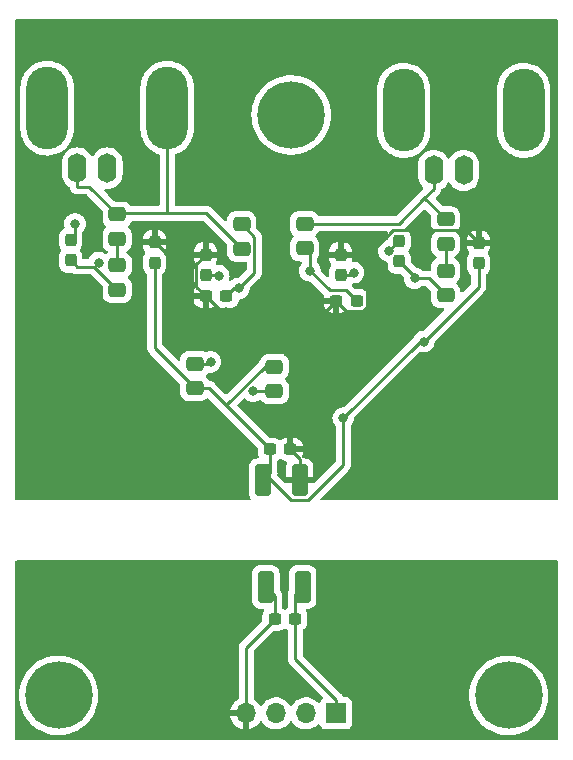
<source format=gbr>
%TF.GenerationSoftware,KiCad,Pcbnew,(6.0.11)*%
%TF.CreationDate,2023-05-27T13:57:12+02:00*%
%TF.ProjectId,Orp-pH Board,4f72702d-7048-4204-926f-6172642e6b69,V1.0*%
%TF.SameCoordinates,Original*%
%TF.FileFunction,Copper,L2,Bot*%
%TF.FilePolarity,Positive*%
%FSLAX46Y46*%
G04 Gerber Fmt 4.6, Leading zero omitted, Abs format (unit mm)*
G04 Created by KiCad (PCBNEW (6.0.11)) date 2023-05-27 13:57:12*
%MOMM*%
%LPD*%
G01*
G04 APERTURE LIST*
G04 Aperture macros list*
%AMRoundRect*
0 Rectangle with rounded corners*
0 $1 Rounding radius*
0 $2 $3 $4 $5 $6 $7 $8 $9 X,Y pos of 4 corners*
0 Add a 4 corners polygon primitive as box body*
4,1,4,$2,$3,$4,$5,$6,$7,$8,$9,$2,$3,0*
0 Add four circle primitives for the rounded corners*
1,1,$1+$1,$2,$3*
1,1,$1+$1,$4,$5*
1,1,$1+$1,$6,$7*
1,1,$1+$1,$8,$9*
0 Add four rect primitives between the rounded corners*
20,1,$1+$1,$2,$3,$4,$5,0*
20,1,$1+$1,$4,$5,$6,$7,0*
20,1,$1+$1,$6,$7,$8,$9,0*
20,1,$1+$1,$8,$9,$2,$3,0*%
G04 Aperture macros list end*
%TA.AperFunction,ComponentPad*%
%ADD10O,1.600000X2.500000*%
%TD*%
%TA.AperFunction,ComponentPad*%
%ADD11O,3.500000X7.000000*%
%TD*%
%TA.AperFunction,ComponentPad*%
%ADD12C,3.600000*%
%TD*%
%TA.AperFunction,ConnectorPad*%
%ADD13C,5.700000*%
%TD*%
%TA.AperFunction,ComponentPad*%
%ADD14R,1.700000X1.700000*%
%TD*%
%TA.AperFunction,ComponentPad*%
%ADD15O,1.700000X1.700000*%
%TD*%
%TA.AperFunction,SMDPad,CuDef*%
%ADD16RoundRect,0.237500X-0.237500X0.300000X-0.237500X-0.300000X0.237500X-0.300000X0.237500X0.300000X0*%
%TD*%
%TA.AperFunction,SMDPad,CuDef*%
%ADD17RoundRect,0.237500X-0.300000X-0.237500X0.300000X-0.237500X0.300000X0.237500X-0.300000X0.237500X0*%
%TD*%
%TA.AperFunction,SMDPad,CuDef*%
%ADD18RoundRect,0.237500X0.237500X-0.300000X0.237500X0.300000X-0.237500X0.300000X-0.237500X-0.300000X0*%
%TD*%
%TA.AperFunction,SMDPad,CuDef*%
%ADD19RoundRect,0.250000X0.412500X1.100000X-0.412500X1.100000X-0.412500X-1.100000X0.412500X-1.100000X0*%
%TD*%
%TA.AperFunction,SMDPad,CuDef*%
%ADD20RoundRect,0.237500X0.300000X0.237500X-0.300000X0.237500X-0.300000X-0.237500X0.300000X-0.237500X0*%
%TD*%
%TA.AperFunction,SMDPad,CuDef*%
%ADD21RoundRect,0.250000X-0.475000X0.337500X-0.475000X-0.337500X0.475000X-0.337500X0.475000X0.337500X0*%
%TD*%
%TA.AperFunction,SMDPad,CuDef*%
%ADD22RoundRect,0.250000X-0.412500X-1.100000X0.412500X-1.100000X0.412500X1.100000X-0.412500X1.100000X0*%
%TD*%
%TA.AperFunction,SMDPad,CuDef*%
%ADD23RoundRect,0.250000X0.475000X-0.337500X0.475000X0.337500X-0.475000X0.337500X-0.475000X-0.337500X0*%
%TD*%
%TA.AperFunction,ViaPad*%
%ADD24C,0.800000*%
%TD*%
%TA.AperFunction,Conductor*%
%ADD25C,0.250000*%
%TD*%
G04 APERTURE END LIST*
D10*
%TO.P,J1,1,In*%
%TO.N,Net-(J1-Pad1)*%
X147320000Y-96520000D03*
D11*
%TO.P,J1,2,Ext*%
%TO.N,Net-(J1-Pad2)*%
X152400000Y-91440000D03*
X142240000Y-91440000D03*
D10*
X144780000Y-96520000D03*
%TD*%
D12*
%TO.P,REF2,1*%
%TO.N,N/C*%
X113030000Y-140970000D03*
D13*
X113030000Y-140970000D03*
%TD*%
D12*
%TO.P,REF1,1*%
%TO.N,N/C*%
X132715000Y-91821000D03*
D13*
X132715000Y-91821000D03*
%TD*%
%TO.P,REF3,1*%
%TO.N,N/C*%
X151130000Y-140970000D03*
D12*
X151130000Y-140970000D03*
%TD*%
D14*
%TO.P,J3,1,Pin_1*%
%TO.N,Net-(C12-Pad2)*%
X136525000Y-142494000D03*
D15*
%TO.P,J3,2,Pin_2*%
%TO.N,Net-(J3-Pad2)*%
X133985000Y-142494000D03*
%TO.P,J3,3,Pin_3*%
%TO.N,Net-(J3-Pad3)*%
X131445000Y-142494000D03*
%TO.P,J3,4,Pin_4*%
%TO.N,J3-GND*%
X128905000Y-142494000D03*
%TD*%
D10*
%TO.P,J2,1,In*%
%TO.N,Net-(J2-Pad1)*%
X117138000Y-96330000D03*
D11*
%TO.P,J2,2,Ext*%
%TO.N,Net-(J2-Pad2)*%
X112058000Y-91250000D03*
X122218000Y-91250000D03*
D10*
X114598000Y-96330000D03*
%TD*%
D16*
%TO.P,C2,1*%
%TO.N,GND Iso*%
X148590000Y-102669000D03*
%TO.P,C2,2*%
%TO.N,Vcc Iso*%
X148590000Y-104394000D03*
%TD*%
D17*
%TO.P,C8,1*%
%TO.N,GND Iso*%
X125502500Y-107188000D03*
%TO.P,C8,2*%
%TO.N,Net-(C8-Pad2)*%
X127227500Y-107188000D03*
%TD*%
D16*
%TO.P,C5,1*%
%TO.N,GND Iso*%
X136906000Y-103658500D03*
%TO.P,C5,2*%
%TO.N,Net-(C5-Pad2)*%
X136906000Y-105383500D03*
%TD*%
D18*
%TO.P,C4,1*%
%TO.N,Net-(C4-Pad1)*%
X114046000Y-104141000D03*
%TO.P,C4,2*%
%TO.N,Net-(C4-Pad2)*%
X114046000Y-102416000D03*
%TD*%
D19*
%TO.P,C11,1*%
%TO.N,GND Iso*%
X133436000Y-122762100D03*
%TO.P,C11,2*%
%TO.N,Vcc Iso*%
X130311000Y-122762100D03*
%TD*%
D20*
%TO.P,C10,1*%
%TO.N,GND Iso*%
X132652500Y-120142000D03*
%TO.P,C10,2*%
%TO.N,Vcc Iso*%
X130927500Y-120142000D03*
%TD*%
D21*
%TO.P,R20,1*%
%TO.N,Net-(R17-Pad1)*%
X124565500Y-112881500D03*
%TO.P,R20,2*%
%TO.N,Vcc Iso*%
X124565500Y-114956500D03*
%TD*%
D17*
%TO.P,C12,1*%
%TO.N,Net-(C12-Pad1)*%
X131330000Y-134493000D03*
%TO.P,C12,2*%
%TO.N,Net-(C12-Pad2)*%
X133055000Y-134493000D03*
%TD*%
D16*
%TO.P,C7,1*%
%TO.N,GND Iso*%
X125476000Y-103658500D03*
%TO.P,C7,2*%
%TO.N,Net-(C7-Pad2)*%
X125476000Y-105383500D03*
%TD*%
D21*
%TO.P,R3,1*%
%TO.N,Net-(R1-Pad2)*%
X145796000Y-105007500D03*
%TO.P,R3,2*%
%TO.N,Net-(C3-Pad1)*%
X145796000Y-107082500D03*
%TD*%
%TO.P,R2,1*%
%TO.N,Net-(J2-Pad2)*%
X117983000Y-100250500D03*
%TO.P,R2,2*%
%TO.N,Net-(R2-Pad2)*%
X117983000Y-102325500D03*
%TD*%
%TO.P,R4,1*%
%TO.N,Net-(R2-Pad2)*%
X117983000Y-104547000D03*
%TO.P,R4,2*%
%TO.N,Net-(C4-Pad1)*%
X117983000Y-106622000D03*
%TD*%
D16*
%TO.P,C1,1*%
%TO.N,GND Iso*%
X121158000Y-102606500D03*
%TO.P,C1,2*%
%TO.N,Vcc Iso*%
X121158000Y-104331500D03*
%TD*%
D22*
%TO.P,C13,1*%
%TO.N,Net-(C12-Pad1)*%
X130565000Y-131779100D03*
%TO.P,C13,2*%
%TO.N,Net-(C12-Pad2)*%
X133690000Y-131779100D03*
%TD*%
D21*
%TO.P,R1,1*%
%TO.N,Net-(J1-Pad2)*%
X145796000Y-100668000D03*
%TO.P,R1,2*%
%TO.N,Net-(R1-Pad2)*%
X145796000Y-102743000D03*
%TD*%
D23*
%TO.P,R19,1*%
%TO.N,Net-(R16-Pad1)*%
X131296500Y-115210500D03*
%TO.P,R19,2*%
%TO.N,Vcc Iso*%
X131296500Y-113135500D03*
%TD*%
%TO.P,R12,1*%
%TO.N,Net-(C6-Pad2)*%
X133858000Y-103124000D03*
%TO.P,R12,2*%
%TO.N,Net-(J1-Pad2)*%
X133858000Y-101049000D03*
%TD*%
D21*
%TO.P,R14,1*%
%TO.N,Net-(C8-Pad2)*%
X128524000Y-101070500D03*
%TO.P,R14,2*%
%TO.N,Net-(J2-Pad2)*%
X128524000Y-103145500D03*
%TD*%
D17*
%TO.P,C6,1*%
%TO.N,GND Iso*%
X136551500Y-107569000D03*
%TO.P,C6,2*%
%TO.N,Net-(C6-Pad2)*%
X138276500Y-107569000D03*
%TD*%
D18*
%TO.P,C3,1*%
%TO.N,Net-(C3-Pad1)*%
X141859000Y-104214000D03*
%TO.P,C3,2*%
%TO.N,Net-(C3-Pad2)*%
X141859000Y-102489000D03*
%TD*%
D24*
%TO.N,GND Iso*%
X132080000Y-99060000D03*
X147320000Y-88900000D03*
X133350000Y-86360000D03*
X116840000Y-88900000D03*
X111760000Y-119380000D03*
X153670000Y-102870000D03*
%TO.N,J3-GND*%
X123190000Y-143510000D03*
X143510000Y-140970000D03*
X121920000Y-133350000D03*
%TO.N,GND Iso*%
X151130000Y-119380000D03*
%TO.N,J3-GND*%
X151130000Y-133350000D03*
%TO.N,GND Iso*%
X127192700Y-108509800D03*
X131663500Y-107479900D03*
%TO.N,Vcc Iso*%
X143947700Y-111006200D03*
X137126700Y-117486000D03*
%TO.N,Net-(C5-Pad2)*%
X138004700Y-105178200D03*
%TO.N,Net-(C6-Pad2)*%
X134300300Y-105002100D03*
%TO.N,Net-(C7-Pad2)*%
X126585700Y-105422900D03*
%TO.N,Net-(C8-Pad2)*%
X128286200Y-106499200D03*
%TO.N,Net-(R17-Pad1)*%
X125898700Y-112725300D03*
%TO.N,Net-(R16-Pad1)*%
X129486000Y-115210500D03*
%TO.N,Net-(C3-Pad1)*%
X143163400Y-105640900D03*
%TO.N,Net-(C4-Pad1)*%
X116414500Y-104320000D03*
%TO.N,Net-(C3-Pad2)*%
X140963700Y-103318800D03*
%TO.N,Net-(C4-Pad2)*%
X114416900Y-101044300D03*
%TD*%
D25*
%TO.N,Net-(C12-Pad1)*%
X130565000Y-131779100D02*
X131330000Y-132544100D01*
X131330000Y-134493000D02*
X128905000Y-136918000D01*
X128905000Y-136918000D02*
X128905000Y-142494000D01*
X131330000Y-132544100D02*
X131330000Y-134493000D01*
%TO.N,GND Iso*%
X131663500Y-108509800D02*
X127192700Y-108509800D01*
X139158500Y-104512400D02*
X138804300Y-104158200D01*
X138804300Y-104158200D02*
X141380600Y-101581900D01*
X138824900Y-108407200D02*
X139158500Y-108073600D01*
X124672000Y-106357500D02*
X124672000Y-104462500D01*
X138804300Y-104158200D02*
X138304600Y-103658500D01*
X138304600Y-103658500D02*
X136906000Y-103658500D01*
X139158500Y-108073600D02*
X139158500Y-104512400D01*
X125502500Y-107188000D02*
X124672000Y-106357500D01*
X147502900Y-101581900D02*
X148590000Y-102669000D01*
X126824300Y-108509800D02*
X125502500Y-107188000D01*
X133436000Y-120925500D02*
X133436000Y-122762100D01*
X132652500Y-109444500D02*
X132598200Y-109444500D01*
X131663500Y-108509800D02*
X131663500Y-107479900D01*
X127192700Y-108509800D02*
X126824300Y-108509800D01*
X136551500Y-107569000D02*
X137389700Y-108407200D01*
X137389700Y-108407200D02*
X138824900Y-108407200D01*
X121158000Y-102606500D02*
X123014000Y-104462500D01*
X124672000Y-104462500D02*
X125476000Y-103658500D01*
X132652500Y-120142000D02*
X133436000Y-120925500D01*
X123014000Y-104462500D02*
X124672000Y-104462500D01*
X132652500Y-120142000D02*
X132652500Y-109444500D01*
X141380600Y-101581900D02*
X147502900Y-101581900D01*
X134676000Y-109444500D02*
X136551500Y-107569000D01*
X132652500Y-109444500D02*
X134676000Y-109444500D01*
X132598200Y-109444500D02*
X131663500Y-108509800D01*
%TO.N,Vcc Iso*%
X148590000Y-106363900D02*
X148590000Y-104394000D01*
X130475700Y-113135500D02*
X127198400Y-116412800D01*
X130927500Y-122145600D02*
X130674400Y-122398700D01*
X127198400Y-116412800D02*
X130927500Y-120142000D01*
X143606500Y-111006200D02*
X143947700Y-111006200D01*
X134115200Y-124445500D02*
X137126700Y-121434000D01*
X130674400Y-122398700D02*
X132721200Y-124445500D01*
X124565500Y-114956500D02*
X125742000Y-114956500D01*
X137126700Y-121434000D02*
X137126700Y-117486000D01*
X143947700Y-111006200D02*
X148590000Y-106363900D01*
X137126700Y-117486000D02*
X143606500Y-111006200D01*
X121158000Y-104331500D02*
X121158000Y-111549000D01*
X130674400Y-122398700D02*
X130311000Y-122762100D01*
X125742000Y-114956500D02*
X127198400Y-116412800D01*
X132721200Y-124445500D02*
X134115200Y-124445500D01*
X130927500Y-120142000D02*
X130927500Y-122145600D01*
X131296500Y-113135500D02*
X130475700Y-113135500D01*
X121158000Y-111549000D02*
X124565500Y-114956500D01*
%TO.N,Net-(C5-Pad2)*%
X137799400Y-105383500D02*
X138004700Y-105178200D01*
X136906000Y-105383500D02*
X137799400Y-105383500D01*
%TO.N,Net-(C6-Pad2)*%
X134300300Y-105002100D02*
X134300300Y-103566300D01*
X134300300Y-103566300D02*
X133858000Y-103124000D01*
X138276500Y-107569000D02*
X137374300Y-106666800D01*
X137374300Y-106666800D02*
X135965000Y-106666800D01*
X135965000Y-106666800D02*
X134300300Y-105002100D01*
%TO.N,Net-(C7-Pad2)*%
X125476000Y-105383500D02*
X126546300Y-105383500D01*
X126546300Y-105383500D02*
X126585700Y-105422900D01*
%TO.N,Net-(C8-Pad2)*%
X128524000Y-101070500D02*
X129593400Y-102139900D01*
X128286200Y-106499200D02*
X127916300Y-106499200D01*
X127916300Y-106499200D02*
X127227500Y-107188000D01*
X129593400Y-102139900D02*
X129593400Y-105192000D01*
X129593400Y-105192000D02*
X128286200Y-106499200D01*
%TO.N,Net-(R17-Pad1)*%
X124565500Y-112881500D02*
X125742500Y-112881500D01*
X125742500Y-112881500D02*
X125898700Y-112725300D01*
%TO.N,Net-(R16-Pad1)*%
X131296500Y-115210500D02*
X129486000Y-115210500D01*
%TO.N,Net-(C12-Pad2)*%
X133055000Y-134493000D02*
X133055000Y-137848700D01*
X133055000Y-137848700D02*
X136525000Y-141318700D01*
X133055000Y-132414100D02*
X133055000Y-134493000D01*
X133690000Y-131779100D02*
X133055000Y-132414100D01*
X136525000Y-142494000D02*
X136525000Y-141318700D01*
%TO.N,Net-(J1-Pad2)*%
X133858000Y-101049000D02*
X141826400Y-101049000D01*
X144780000Y-96520000D02*
X144780000Y-98095300D01*
X141826400Y-101049000D02*
X144001700Y-98873700D01*
X145796000Y-100668000D02*
X144001700Y-98873700D01*
X144001700Y-98873700D02*
X144001700Y-98873600D01*
X144001700Y-98873600D02*
X144780000Y-98095300D01*
%TO.N,Net-(J2-Pad2)*%
X122218000Y-100156600D02*
X118076900Y-100156600D01*
X114598000Y-96330000D02*
X114598000Y-97905300D01*
X122218000Y-91250000D02*
X122218000Y-95075300D01*
X122218000Y-95075300D02*
X122218000Y-100156600D01*
X115637800Y-97905300D02*
X114598000Y-97905300D01*
X118076900Y-100156600D02*
X117983000Y-100250500D01*
X125535100Y-100156600D02*
X122218000Y-100156600D01*
X128524000Y-103145500D02*
X125535100Y-100156600D01*
X117983000Y-100250500D02*
X115637800Y-97905300D01*
%TO.N,Net-(R1-Pad2)*%
X145796000Y-102743000D02*
X145796000Y-105007500D01*
%TO.N,Net-(R2-Pad2)*%
X117983000Y-104547000D02*
X117983000Y-102325500D01*
%TO.N,Net-(C3-Pad1)*%
X141859000Y-104214000D02*
X143163400Y-105518400D01*
X143163400Y-105518400D02*
X143163400Y-105640900D01*
X144354400Y-105640900D02*
X145796000Y-107082500D01*
X143163400Y-105640900D02*
X144354400Y-105640900D01*
%TO.N,Net-(C4-Pad1)*%
X114046000Y-104141000D02*
X114591800Y-104686800D01*
X114591800Y-104686800D02*
X116047700Y-104686800D01*
X116047700Y-104686800D02*
X116047800Y-104686700D01*
X117983000Y-106622000D02*
X116047800Y-104686700D01*
X116047800Y-104686700D02*
X116414500Y-104320000D01*
%TO.N,Net-(C3-Pad2)*%
X141793500Y-102489000D02*
X140963700Y-103318800D01*
X141859000Y-102489000D02*
X141793500Y-102489000D01*
%TO.N,Net-(C4-Pad2)*%
X114416900Y-102045100D02*
X114416900Y-101044300D01*
X114046000Y-102416000D02*
X114416900Y-102045100D01*
%TD*%
%TA.AperFunction,Conductor*%
%TO.N,J3-GND*%
G36*
X155262621Y-129560002D02*
G01*
X155309114Y-129613658D01*
X155320500Y-129666000D01*
X155320500Y-144653500D01*
X155300498Y-144721621D01*
X155246842Y-144768114D01*
X155194500Y-144779500D01*
X109473500Y-144779500D01*
X109405379Y-144759498D01*
X109358886Y-144705842D01*
X109347500Y-144653500D01*
X109347500Y-140958259D01*
X109666587Y-140958259D01*
X109666759Y-140961654D01*
X109666759Y-140961655D01*
X109671654Y-141058278D01*
X109684992Y-141321574D01*
X109685529Y-141324929D01*
X109685530Y-141324935D01*
X109720225Y-141541540D01*
X109742527Y-141680777D01*
X109838519Y-142031664D01*
X109971845Y-142370133D01*
X109973428Y-142373148D01*
X110139362Y-142689206D01*
X110139367Y-142689214D01*
X110140946Y-142692222D01*
X110142840Y-142695040D01*
X110142845Y-142695049D01*
X110281668Y-142901639D01*
X110343843Y-142994165D01*
X110578163Y-143272428D01*
X110691921Y-143381137D01*
X110838702Y-143521405D01*
X110838709Y-143521411D01*
X110841165Y-143523758D01*
X111129771Y-143745214D01*
X111221827Y-143801185D01*
X111437692Y-143932433D01*
X111437697Y-143932436D01*
X111440607Y-143934205D01*
X111443695Y-143935651D01*
X111443694Y-143935651D01*
X111766952Y-144087077D01*
X111766962Y-144087081D01*
X111770036Y-144088521D01*
X111773254Y-144089623D01*
X111773257Y-144089624D01*
X112110981Y-144205253D01*
X112110989Y-144205255D01*
X112114204Y-144206356D01*
X112469084Y-144286332D01*
X112522123Y-144292375D01*
X112827144Y-144327128D01*
X112827152Y-144327128D01*
X112830527Y-144327513D01*
X112833931Y-144327531D01*
X112833934Y-144327531D01*
X113032058Y-144328568D01*
X113194303Y-144329418D01*
X113197689Y-144329068D01*
X113197691Y-144329068D01*
X113552765Y-144292375D01*
X113552774Y-144292374D01*
X113556157Y-144292024D01*
X113559490Y-144291310D01*
X113559493Y-144291309D01*
X113669895Y-144267641D01*
X113911856Y-144215768D01*
X114257239Y-144101544D01*
X114260323Y-144100138D01*
X114260332Y-144100135D01*
X114585171Y-143952096D01*
X114588265Y-143950686D01*
X114748151Y-143855753D01*
X114898128Y-143766704D01*
X114898132Y-143766701D01*
X114901063Y-143764961D01*
X115191973Y-143546539D01*
X115457592Y-143297977D01*
X115694813Y-143022182D01*
X115802983Y-142864794D01*
X115898931Y-142725190D01*
X115898936Y-142725182D01*
X115900861Y-142722381D01*
X115902473Y-142719387D01*
X115902478Y-142719379D01*
X116071703Y-142405092D01*
X116073325Y-142402080D01*
X116143937Y-142228183D01*
X127569389Y-142228183D01*
X127570912Y-142236607D01*
X127583292Y-142240000D01*
X128145500Y-142240000D01*
X128213621Y-142260002D01*
X128260114Y-142313658D01*
X128271500Y-142366000D01*
X128271500Y-142533856D01*
X128271997Y-142537788D01*
X128280640Y-142606208D01*
X128269334Y-142676299D01*
X128221928Y-142729150D01*
X128155634Y-142748000D01*
X127588225Y-142748000D01*
X127574694Y-142751973D01*
X127573257Y-142761966D01*
X127603565Y-142896446D01*
X127606645Y-142906275D01*
X127686770Y-143103603D01*
X127691413Y-143112794D01*
X127802694Y-143294388D01*
X127808777Y-143302699D01*
X127948213Y-143463667D01*
X127955580Y-143470883D01*
X128119434Y-143606916D01*
X128127881Y-143612831D01*
X128311756Y-143720279D01*
X128321042Y-143724729D01*
X128520001Y-143800703D01*
X128529899Y-143803579D01*
X128633250Y-143824606D01*
X128647299Y-143823410D01*
X128651000Y-143813065D01*
X128651000Y-143242778D01*
X128671002Y-143174657D01*
X128724658Y-143128164D01*
X128800610Y-143119010D01*
X128857120Y-143129790D01*
X128857122Y-143129790D01*
X128864906Y-143131275D01*
X129024650Y-143121225D01*
X129024865Y-143124643D01*
X129079986Y-143129981D01*
X129135734Y-143173943D01*
X129159000Y-143246892D01*
X129159000Y-143812517D01*
X129163064Y-143826359D01*
X129176478Y-143828393D01*
X129183184Y-143827534D01*
X129193262Y-143825392D01*
X129397255Y-143764191D01*
X129406842Y-143760433D01*
X129598095Y-143666739D01*
X129606945Y-143661464D01*
X129780328Y-143537792D01*
X129788200Y-143531139D01*
X129939052Y-143380812D01*
X129945730Y-143372965D01*
X130073022Y-143195819D01*
X130074279Y-143196722D01*
X130121373Y-143153362D01*
X130191311Y-143141145D01*
X130256751Y-143168678D01*
X130284579Y-143200511D01*
X130344987Y-143299088D01*
X130491250Y-143467938D01*
X130663126Y-143610632D01*
X130856000Y-143723338D01*
X131064692Y-143803030D01*
X131069760Y-143804061D01*
X131069763Y-143804062D01*
X131164862Y-143823410D01*
X131283597Y-143847567D01*
X131288772Y-143847757D01*
X131288774Y-143847757D01*
X131501673Y-143855564D01*
X131501677Y-143855564D01*
X131506837Y-143855753D01*
X131511957Y-143855097D01*
X131511959Y-143855097D01*
X131723288Y-143828025D01*
X131723289Y-143828025D01*
X131728416Y-143827368D01*
X131733366Y-143825883D01*
X131937429Y-143764661D01*
X131937434Y-143764659D01*
X131942384Y-143763174D01*
X132142994Y-143664896D01*
X132324860Y-143535173D01*
X132483096Y-143377489D01*
X132613453Y-143196077D01*
X132614776Y-143197028D01*
X132661645Y-143153857D01*
X132731580Y-143141625D01*
X132797026Y-143169144D01*
X132824875Y-143200994D01*
X132884987Y-143299088D01*
X133031250Y-143467938D01*
X133203126Y-143610632D01*
X133396000Y-143723338D01*
X133604692Y-143803030D01*
X133609760Y-143804061D01*
X133609763Y-143804062D01*
X133704862Y-143823410D01*
X133823597Y-143847567D01*
X133828772Y-143847757D01*
X133828774Y-143847757D01*
X134041673Y-143855564D01*
X134041677Y-143855564D01*
X134046837Y-143855753D01*
X134051957Y-143855097D01*
X134051959Y-143855097D01*
X134263288Y-143828025D01*
X134263289Y-143828025D01*
X134268416Y-143827368D01*
X134273366Y-143825883D01*
X134477429Y-143764661D01*
X134477434Y-143764659D01*
X134482384Y-143763174D01*
X134682994Y-143664896D01*
X134864860Y-143535173D01*
X134973091Y-143427319D01*
X135035462Y-143393404D01*
X135106268Y-143398592D01*
X135163030Y-143441238D01*
X135180012Y-143472341D01*
X135202055Y-143531139D01*
X135224385Y-143590705D01*
X135311739Y-143707261D01*
X135428295Y-143794615D01*
X135564684Y-143845745D01*
X135626866Y-143852500D01*
X137423134Y-143852500D01*
X137485316Y-143845745D01*
X137621705Y-143794615D01*
X137738261Y-143707261D01*
X137825615Y-143590705D01*
X137876745Y-143454316D01*
X137883500Y-143392134D01*
X137883500Y-141595866D01*
X137876745Y-141533684D01*
X137825615Y-141397295D01*
X137738261Y-141280739D01*
X137621705Y-141193385D01*
X137485316Y-141142255D01*
X137423134Y-141135500D01*
X137223163Y-141135500D01*
X137155042Y-141115498D01*
X137111842Y-141064621D01*
X137111019Y-141065108D01*
X137108180Y-141060308D01*
X137108179Y-141060307D01*
X137100707Y-141047672D01*
X137092012Y-141029924D01*
X137084552Y-141011083D01*
X137058564Y-140975313D01*
X137052048Y-140965393D01*
X137047829Y-140958259D01*
X147766587Y-140958259D01*
X147766759Y-140961654D01*
X147766759Y-140961655D01*
X147771654Y-141058278D01*
X147784992Y-141321574D01*
X147785529Y-141324929D01*
X147785530Y-141324935D01*
X147820225Y-141541540D01*
X147842527Y-141680777D01*
X147938519Y-142031664D01*
X148071845Y-142370133D01*
X148073428Y-142373148D01*
X148239362Y-142689206D01*
X148239367Y-142689214D01*
X148240946Y-142692222D01*
X148242840Y-142695040D01*
X148242845Y-142695049D01*
X148381668Y-142901639D01*
X148443843Y-142994165D01*
X148678163Y-143272428D01*
X148791921Y-143381137D01*
X148938702Y-143521405D01*
X148938709Y-143521411D01*
X148941165Y-143523758D01*
X149229771Y-143745214D01*
X149321827Y-143801185D01*
X149537692Y-143932433D01*
X149537697Y-143932436D01*
X149540607Y-143934205D01*
X149543695Y-143935651D01*
X149543694Y-143935651D01*
X149866952Y-144087077D01*
X149866962Y-144087081D01*
X149870036Y-144088521D01*
X149873254Y-144089623D01*
X149873257Y-144089624D01*
X150210981Y-144205253D01*
X150210989Y-144205255D01*
X150214204Y-144206356D01*
X150569084Y-144286332D01*
X150622123Y-144292375D01*
X150927144Y-144327128D01*
X150927152Y-144327128D01*
X150930527Y-144327513D01*
X150933931Y-144327531D01*
X150933934Y-144327531D01*
X151132058Y-144328568D01*
X151294303Y-144329418D01*
X151297689Y-144329068D01*
X151297691Y-144329068D01*
X151652765Y-144292375D01*
X151652774Y-144292374D01*
X151656157Y-144292024D01*
X151659490Y-144291310D01*
X151659493Y-144291309D01*
X151769895Y-144267641D01*
X152011856Y-144215768D01*
X152357239Y-144101544D01*
X152360323Y-144100138D01*
X152360332Y-144100135D01*
X152685171Y-143952096D01*
X152688265Y-143950686D01*
X152848151Y-143855753D01*
X152998128Y-143766704D01*
X152998132Y-143766701D01*
X153001063Y-143764961D01*
X153291973Y-143546539D01*
X153557592Y-143297977D01*
X153794813Y-143022182D01*
X153902983Y-142864794D01*
X153998931Y-142725190D01*
X153998936Y-142725182D01*
X154000861Y-142722381D01*
X154002473Y-142719387D01*
X154002478Y-142719379D01*
X154171703Y-142405092D01*
X154173325Y-142402080D01*
X154310188Y-142065027D01*
X154409850Y-141715164D01*
X154440871Y-141533684D01*
X154470571Y-141359930D01*
X154470571Y-141359928D01*
X154471143Y-141356583D01*
X154471911Y-141344036D01*
X154493241Y-140995278D01*
X154493351Y-140993481D01*
X154493389Y-140982537D01*
X154493427Y-140971820D01*
X154493427Y-140971808D01*
X154493433Y-140970000D01*
X154473760Y-140606751D01*
X154414972Y-140247752D01*
X154317756Y-139897202D01*
X154313331Y-139886081D01*
X154184508Y-139562365D01*
X154183249Y-139559201D01*
X154152690Y-139501485D01*
X154014624Y-139240723D01*
X154014620Y-139240716D01*
X154013025Y-139237704D01*
X154011118Y-139234888D01*
X154011113Y-139234879D01*
X153810985Y-138939292D01*
X153809075Y-138936471D01*
X153573785Y-138659027D01*
X153309908Y-138408617D01*
X153107447Y-138254383D01*
X153023237Y-138190232D01*
X153023235Y-138190230D01*
X153020530Y-138188170D01*
X153017618Y-138186413D01*
X153017613Y-138186410D01*
X152711951Y-138002023D01*
X152711945Y-138002020D01*
X152709036Y-138000265D01*
X152379071Y-137847100D01*
X152034494Y-137730467D01*
X152025234Y-137728414D01*
X151950485Y-137711843D01*
X151679336Y-137651731D01*
X151550217Y-137637476D01*
X151321133Y-137612184D01*
X151321128Y-137612184D01*
X151317752Y-137611811D01*
X151314353Y-137611805D01*
X151314352Y-137611805D01*
X151142762Y-137611506D01*
X150953972Y-137611176D01*
X150841461Y-137623200D01*
X150595634Y-137649471D01*
X150595628Y-137649472D01*
X150592250Y-137649833D01*
X150236820Y-137727330D01*
X149891838Y-137842759D01*
X149888745Y-137844182D01*
X149888744Y-137844182D01*
X149857271Y-137858658D01*
X149561340Y-137994771D01*
X149249192Y-138181588D01*
X148959046Y-138401023D01*
X148694296Y-138650511D01*
X148458040Y-138927132D01*
X148253040Y-139227651D01*
X148081694Y-139548552D01*
X148080419Y-139551724D01*
X148080417Y-139551728D01*
X148078626Y-139556185D01*
X147946009Y-139886081D01*
X147847569Y-140236290D01*
X147787528Y-140595082D01*
X147766587Y-140958259D01*
X137047829Y-140958259D01*
X137033580Y-140934165D01*
X137033578Y-140934162D01*
X137029542Y-140927338D01*
X137015221Y-140913017D01*
X137002380Y-140897983D01*
X136995131Y-140888006D01*
X136990472Y-140881593D01*
X136956395Y-140853402D01*
X136947616Y-140845412D01*
X133725405Y-137623200D01*
X133691379Y-137560888D01*
X133688500Y-137534105D01*
X133688500Y-135471640D01*
X133708502Y-135403519D01*
X133748196Y-135364497D01*
X133821531Y-135319116D01*
X133857447Y-135283137D01*
X133939258Y-135201184D01*
X133939262Y-135201179D01*
X133944429Y-135196003D01*
X134035709Y-135047920D01*
X134090474Y-134882809D01*
X134101000Y-134780072D01*
X134101000Y-134205928D01*
X134090207Y-134101907D01*
X134035154Y-133936893D01*
X133968945Y-133829901D01*
X133950109Y-133761451D01*
X133971271Y-133693681D01*
X134025711Y-133648110D01*
X134076091Y-133637600D01*
X134152900Y-133637600D01*
X134156146Y-133637263D01*
X134156150Y-133637263D01*
X134251808Y-133627338D01*
X134251812Y-133627337D01*
X134258666Y-133626626D01*
X134265202Y-133624445D01*
X134265204Y-133624445D01*
X134397306Y-133580372D01*
X134426446Y-133570650D01*
X134576848Y-133477578D01*
X134701805Y-133352403D01*
X134794615Y-133201838D01*
X134850297Y-133033961D01*
X134861000Y-132929500D01*
X134861000Y-130628700D01*
X134850026Y-130522934D01*
X134794050Y-130355154D01*
X134700978Y-130204752D01*
X134575803Y-130079795D01*
X134569572Y-130075954D01*
X134431468Y-129990825D01*
X134431466Y-129990824D01*
X134425238Y-129986985D01*
X134264754Y-129933755D01*
X134263889Y-129933468D01*
X134263887Y-129933468D01*
X134257361Y-129931303D01*
X134250525Y-129930603D01*
X134250522Y-129930602D01*
X134207469Y-129926191D01*
X134152900Y-129920600D01*
X133227100Y-129920600D01*
X133223854Y-129920937D01*
X133223850Y-129920937D01*
X133128192Y-129930862D01*
X133128188Y-129930863D01*
X133121334Y-129931574D01*
X133114798Y-129933755D01*
X133114796Y-129933755D01*
X132982694Y-129977828D01*
X132953554Y-129987550D01*
X132803152Y-130080622D01*
X132678195Y-130205797D01*
X132585385Y-130356362D01*
X132529703Y-130524239D01*
X132519000Y-130628700D01*
X132519000Y-132033521D01*
X132503974Y-132088447D01*
X132505386Y-132089058D01*
X132487826Y-132129637D01*
X132482609Y-132140287D01*
X132461305Y-132179040D01*
X132459334Y-132186715D01*
X132459334Y-132186716D01*
X132456267Y-132198662D01*
X132449863Y-132217366D01*
X132441819Y-132235955D01*
X132440580Y-132243778D01*
X132440577Y-132243788D01*
X132434901Y-132279624D01*
X132432495Y-132291244D01*
X132421500Y-132334070D01*
X132421500Y-132354324D01*
X132419949Y-132374034D01*
X132416780Y-132394043D01*
X132417526Y-132401935D01*
X132420941Y-132438061D01*
X132421500Y-132449919D01*
X132421500Y-133514360D01*
X132401498Y-133582481D01*
X132361804Y-133621503D01*
X132288469Y-133666884D01*
X132281577Y-133673788D01*
X132280113Y-133674589D01*
X132277562Y-133676611D01*
X132277216Y-133676174D01*
X132219296Y-133707866D01*
X132148476Y-133702863D01*
X132103390Y-133673944D01*
X132100684Y-133671243D01*
X132095503Y-133666071D01*
X132048783Y-133637272D01*
X132023384Y-133621616D01*
X131975891Y-133568844D01*
X131963500Y-133514356D01*
X131963500Y-132622863D01*
X131964027Y-132611679D01*
X131965701Y-132604191D01*
X131963562Y-132536132D01*
X131963500Y-132532175D01*
X131963500Y-132504244D01*
X131962994Y-132500238D01*
X131962061Y-132488392D01*
X131960922Y-132452137D01*
X131960673Y-132444210D01*
X131955022Y-132424758D01*
X131951014Y-132405406D01*
X131949468Y-132393168D01*
X131949467Y-132393166D01*
X131948474Y-132385303D01*
X131932194Y-132344186D01*
X131928359Y-132332985D01*
X131916018Y-132290506D01*
X131911985Y-132283687D01*
X131911983Y-132283682D01*
X131905707Y-132273071D01*
X131897010Y-132255321D01*
X131889552Y-132236483D01*
X131863571Y-132200723D01*
X131857053Y-132190801D01*
X131838578Y-132159560D01*
X131838574Y-132159555D01*
X131834542Y-132152737D01*
X131820218Y-132138413D01*
X131807376Y-132123378D01*
X131795472Y-132106993D01*
X131789363Y-132101939D01*
X131789361Y-132101937D01*
X131781683Y-132095585D01*
X131741946Y-132036751D01*
X131736000Y-131998502D01*
X131736000Y-130628700D01*
X131725026Y-130522934D01*
X131669050Y-130355154D01*
X131575978Y-130204752D01*
X131450803Y-130079795D01*
X131444572Y-130075954D01*
X131306468Y-129990825D01*
X131306466Y-129990824D01*
X131300238Y-129986985D01*
X131139754Y-129933755D01*
X131138889Y-129933468D01*
X131138887Y-129933468D01*
X131132361Y-129931303D01*
X131125525Y-129930603D01*
X131125522Y-129930602D01*
X131082469Y-129926191D01*
X131027900Y-129920600D01*
X130102100Y-129920600D01*
X130098854Y-129920937D01*
X130098850Y-129920937D01*
X130003192Y-129930862D01*
X130003188Y-129930863D01*
X129996334Y-129931574D01*
X129989798Y-129933755D01*
X129989796Y-129933755D01*
X129857694Y-129977828D01*
X129828554Y-129987550D01*
X129678152Y-130080622D01*
X129553195Y-130205797D01*
X129460385Y-130356362D01*
X129404703Y-130524239D01*
X129394000Y-130628700D01*
X129394000Y-132929500D01*
X129404974Y-133035266D01*
X129460950Y-133203046D01*
X129554022Y-133353448D01*
X129679197Y-133478405D01*
X129685427Y-133482245D01*
X129685428Y-133482246D01*
X129822590Y-133566794D01*
X129829762Y-133571215D01*
X129909505Y-133597664D01*
X129991111Y-133624732D01*
X129991113Y-133624732D01*
X129997639Y-133626897D01*
X130004475Y-133627597D01*
X130004478Y-133627598D01*
X130047531Y-133632009D01*
X130102100Y-133637600D01*
X130308828Y-133637600D01*
X130376949Y-133657602D01*
X130423442Y-133711258D01*
X130433546Y-133781532D01*
X130416088Y-133829715D01*
X130349291Y-133938080D01*
X130294526Y-134103191D01*
X130284000Y-134205928D01*
X130284000Y-134590906D01*
X130263998Y-134659027D01*
X130247095Y-134680001D01*
X128512747Y-136414348D01*
X128504461Y-136421888D01*
X128497982Y-136426000D01*
X128492557Y-136431777D01*
X128451357Y-136475651D01*
X128448602Y-136478493D01*
X128428865Y-136498230D01*
X128426385Y-136501427D01*
X128418682Y-136510447D01*
X128388414Y-136542679D01*
X128384595Y-136549625D01*
X128384593Y-136549628D01*
X128378652Y-136560434D01*
X128367801Y-136576953D01*
X128355386Y-136592959D01*
X128352241Y-136600228D01*
X128352238Y-136600232D01*
X128337826Y-136633537D01*
X128332609Y-136644187D01*
X128311305Y-136682940D01*
X128309334Y-136690615D01*
X128309334Y-136690616D01*
X128306267Y-136702562D01*
X128299863Y-136721266D01*
X128291819Y-136739855D01*
X128290580Y-136747678D01*
X128290577Y-136747688D01*
X128284901Y-136783524D01*
X128282495Y-136795144D01*
X128271500Y-136837970D01*
X128271500Y-136858224D01*
X128269949Y-136877934D01*
X128266780Y-136897943D01*
X128267526Y-136905835D01*
X128270941Y-136941961D01*
X128271500Y-136953819D01*
X128271500Y-141216255D01*
X128251498Y-141284376D01*
X128203680Y-141328019D01*
X128183453Y-141338548D01*
X128174738Y-141344036D01*
X128004433Y-141471905D01*
X127996726Y-141478748D01*
X127849590Y-141632717D01*
X127843104Y-141640727D01*
X127723098Y-141816649D01*
X127718000Y-141825623D01*
X127628338Y-142018783D01*
X127624775Y-142028470D01*
X127569389Y-142228183D01*
X116143937Y-142228183D01*
X116210188Y-142065027D01*
X116309850Y-141715164D01*
X116340871Y-141533684D01*
X116370571Y-141359930D01*
X116370571Y-141359928D01*
X116371143Y-141356583D01*
X116371911Y-141344036D01*
X116393241Y-140995278D01*
X116393351Y-140993481D01*
X116393389Y-140982537D01*
X116393427Y-140971820D01*
X116393427Y-140971808D01*
X116393433Y-140970000D01*
X116373760Y-140606751D01*
X116314972Y-140247752D01*
X116217756Y-139897202D01*
X116213331Y-139886081D01*
X116084508Y-139562365D01*
X116083249Y-139559201D01*
X116052690Y-139501485D01*
X115914624Y-139240723D01*
X115914620Y-139240716D01*
X115913025Y-139237704D01*
X115911118Y-139234888D01*
X115911113Y-139234879D01*
X115710985Y-138939292D01*
X115709075Y-138936471D01*
X115473785Y-138659027D01*
X115209908Y-138408617D01*
X115007447Y-138254383D01*
X114923237Y-138190232D01*
X114923235Y-138190230D01*
X114920530Y-138188170D01*
X114917618Y-138186413D01*
X114917613Y-138186410D01*
X114611951Y-138002023D01*
X114611945Y-138002020D01*
X114609036Y-138000265D01*
X114279071Y-137847100D01*
X113934494Y-137730467D01*
X113925234Y-137728414D01*
X113850485Y-137711843D01*
X113579336Y-137651731D01*
X113450217Y-137637476D01*
X113221133Y-137612184D01*
X113221128Y-137612184D01*
X113217752Y-137611811D01*
X113214353Y-137611805D01*
X113214352Y-137611805D01*
X113042762Y-137611506D01*
X112853972Y-137611176D01*
X112741461Y-137623200D01*
X112495634Y-137649471D01*
X112495628Y-137649472D01*
X112492250Y-137649833D01*
X112136820Y-137727330D01*
X111791838Y-137842759D01*
X111788745Y-137844182D01*
X111788744Y-137844182D01*
X111757271Y-137858658D01*
X111461340Y-137994771D01*
X111149192Y-138181588D01*
X110859046Y-138401023D01*
X110594296Y-138650511D01*
X110358040Y-138927132D01*
X110153040Y-139227651D01*
X109981694Y-139548552D01*
X109980419Y-139551724D01*
X109980417Y-139551728D01*
X109978626Y-139556185D01*
X109846009Y-139886081D01*
X109747569Y-140236290D01*
X109687528Y-140595082D01*
X109666587Y-140958259D01*
X109347500Y-140958259D01*
X109347500Y-129666000D01*
X109367502Y-129597879D01*
X109421158Y-129551386D01*
X109473500Y-129540000D01*
X155194500Y-129540000D01*
X155262621Y-129560002D01*
G37*
%TD.AperFunction*%
%TD*%
%TA.AperFunction,NonConductor*%
G36*
X132236524Y-135283137D02*
G01*
X132281610Y-135312056D01*
X132284116Y-135314557D01*
X132289497Y-135319929D01*
X132295727Y-135323769D01*
X132295728Y-135323770D01*
X132361616Y-135364384D01*
X132409109Y-135417156D01*
X132421500Y-135471644D01*
X132421500Y-137769933D01*
X132420973Y-137781116D01*
X132419298Y-137788609D01*
X132419547Y-137796535D01*
X132419547Y-137796536D01*
X132421438Y-137856686D01*
X132421500Y-137860645D01*
X132421500Y-137888556D01*
X132421997Y-137892490D01*
X132421997Y-137892491D01*
X132422005Y-137892556D01*
X132422938Y-137904393D01*
X132424327Y-137948589D01*
X132429978Y-137968039D01*
X132433987Y-137987400D01*
X132436526Y-138007497D01*
X132439445Y-138014868D01*
X132439445Y-138014870D01*
X132452804Y-138048612D01*
X132456649Y-138059842D01*
X132468982Y-138102293D01*
X132473015Y-138109112D01*
X132473017Y-138109117D01*
X132479293Y-138119728D01*
X132487988Y-138137476D01*
X132495448Y-138156317D01*
X132500110Y-138162733D01*
X132500110Y-138162734D01*
X132521436Y-138192087D01*
X132527952Y-138202007D01*
X132550458Y-138240062D01*
X132564779Y-138254383D01*
X132577619Y-138269416D01*
X132589528Y-138285807D01*
X132595634Y-138290858D01*
X132623605Y-138313998D01*
X132632384Y-138321988D01*
X135368679Y-141058284D01*
X135402705Y-141120596D01*
X135397640Y-141191412D01*
X135355149Y-141248205D01*
X135311739Y-141280739D01*
X135224385Y-141397295D01*
X135221233Y-141405703D01*
X135179919Y-141515907D01*
X135137277Y-141572671D01*
X135070716Y-141597371D01*
X135001367Y-141582163D01*
X134968743Y-141556476D01*
X134918151Y-141500875D01*
X134918142Y-141500866D01*
X134914670Y-141497051D01*
X134910619Y-141493852D01*
X134910615Y-141493848D01*
X134743414Y-141361800D01*
X134743410Y-141361798D01*
X134739359Y-141358598D01*
X134729563Y-141353190D01*
X134666140Y-141318179D01*
X134543789Y-141250638D01*
X134538920Y-141248914D01*
X134538916Y-141248912D01*
X134338087Y-141177795D01*
X134338083Y-141177794D01*
X134333212Y-141176069D01*
X134328119Y-141175162D01*
X134328116Y-141175161D01*
X134118373Y-141137800D01*
X134118367Y-141137799D01*
X134113284Y-141136894D01*
X134039452Y-141135992D01*
X133895081Y-141134228D01*
X133895079Y-141134228D01*
X133889911Y-141134165D01*
X133669091Y-141167955D01*
X133456756Y-141237357D01*
X133426443Y-141253137D01*
X133301499Y-141318179D01*
X133258607Y-141340507D01*
X133254474Y-141343610D01*
X133254471Y-141343612D01*
X133084100Y-141471530D01*
X133079965Y-141474635D01*
X133054541Y-141501240D01*
X132986280Y-141572671D01*
X132925629Y-141636138D01*
X132818201Y-141793621D01*
X132763293Y-141838621D01*
X132692768Y-141846792D01*
X132629021Y-141815538D01*
X132608324Y-141791054D01*
X132527822Y-141666617D01*
X132527820Y-141666614D01*
X132525014Y-141662277D01*
X132374670Y-141497051D01*
X132370619Y-141493852D01*
X132370615Y-141493848D01*
X132203414Y-141361800D01*
X132203410Y-141361798D01*
X132199359Y-141358598D01*
X132189563Y-141353190D01*
X132126140Y-141318179D01*
X132003789Y-141250638D01*
X131998920Y-141248914D01*
X131998916Y-141248912D01*
X131798087Y-141177795D01*
X131798083Y-141177794D01*
X131793212Y-141176069D01*
X131788119Y-141175162D01*
X131788116Y-141175161D01*
X131578373Y-141137800D01*
X131578367Y-141137799D01*
X131573284Y-141136894D01*
X131499452Y-141135992D01*
X131355081Y-141134228D01*
X131355079Y-141134228D01*
X131349911Y-141134165D01*
X131129091Y-141167955D01*
X130916756Y-141237357D01*
X130886443Y-141253137D01*
X130761499Y-141318179D01*
X130718607Y-141340507D01*
X130714474Y-141343610D01*
X130714471Y-141343612D01*
X130544100Y-141471530D01*
X130539965Y-141474635D01*
X130514541Y-141501240D01*
X130446280Y-141572671D01*
X130385629Y-141636138D01*
X130382720Y-141640403D01*
X130382714Y-141640411D01*
X130370404Y-141658457D01*
X130278204Y-141793618D01*
X130277898Y-141794066D01*
X130222987Y-141839069D01*
X130152462Y-141847240D01*
X130088715Y-141815986D01*
X130068018Y-141791502D01*
X129987426Y-141666926D01*
X129981136Y-141658757D01*
X129837806Y-141501240D01*
X129830273Y-141494215D01*
X129663136Y-141362219D01*
X129654558Y-141356520D01*
X129603607Y-141328394D01*
X129553636Y-141277961D01*
X129538500Y-141218085D01*
X129538500Y-137232594D01*
X129558502Y-137164473D01*
X129575405Y-137143499D01*
X131205500Y-135513405D01*
X131267812Y-135479379D01*
X131294595Y-135476500D01*
X131679572Y-135476500D01*
X131682818Y-135476163D01*
X131682822Y-135476163D01*
X131776735Y-135466419D01*
X131776739Y-135466418D01*
X131783593Y-135465707D01*
X131790129Y-135463526D01*
X131790131Y-135463526D01*
X131941659Y-135412972D01*
X131948607Y-135410654D01*
X132023379Y-135364384D01*
X132090305Y-135322969D01*
X132090306Y-135322968D01*
X132096531Y-135319116D01*
X132103423Y-135312212D01*
X132104887Y-135311411D01*
X132107438Y-135309389D01*
X132107784Y-135309826D01*
X132165704Y-135278134D01*
X132236524Y-135283137D01*
G37*
%TD.AperFunction*%
%TA.AperFunction,Conductor*%
%TO.N,GND Iso*%
G36*
X155262621Y-83713502D02*
G01*
X155309114Y-83767158D01*
X155320500Y-83819500D01*
X155320500Y-124334000D01*
X155300498Y-124402121D01*
X155246842Y-124448614D01*
X155194500Y-124460000D01*
X135300794Y-124460000D01*
X135232673Y-124439998D01*
X135186180Y-124386342D01*
X135176076Y-124316068D01*
X135205570Y-124251488D01*
X135211699Y-124244905D01*
X137518947Y-121937657D01*
X137527237Y-121930113D01*
X137533718Y-121926000D01*
X137580359Y-121876332D01*
X137583113Y-121873491D01*
X137602834Y-121853770D01*
X137605312Y-121850575D01*
X137613018Y-121841553D01*
X137637858Y-121815101D01*
X137643286Y-121809321D01*
X137653046Y-121791568D01*
X137663899Y-121775045D01*
X137671453Y-121765306D01*
X137676313Y-121759041D01*
X137693876Y-121718457D01*
X137699083Y-121707827D01*
X137720395Y-121669060D01*
X137722366Y-121661383D01*
X137722368Y-121661378D01*
X137725432Y-121649442D01*
X137731838Y-121630730D01*
X137736733Y-121619419D01*
X137739881Y-121612145D01*
X137741121Y-121604317D01*
X137741123Y-121604310D01*
X137746799Y-121568476D01*
X137749205Y-121556856D01*
X137758228Y-121521711D01*
X137758228Y-121521710D01*
X137760200Y-121514030D01*
X137760200Y-121493776D01*
X137761751Y-121474065D01*
X137763680Y-121461886D01*
X137764920Y-121454057D01*
X137760759Y-121410038D01*
X137760200Y-121398181D01*
X137760200Y-118188524D01*
X137780202Y-118120403D01*
X137792558Y-118104221D01*
X137865740Y-118022944D01*
X137961227Y-117857556D01*
X138020242Y-117675928D01*
X138037607Y-117510706D01*
X138064620Y-117445050D01*
X138073822Y-117434782D01*
X143590810Y-111917795D01*
X143653122Y-111883769D01*
X143706102Y-111883643D01*
X143845756Y-111913328D01*
X143845761Y-111913328D01*
X143852213Y-111914700D01*
X144043187Y-111914700D01*
X144049639Y-111913328D01*
X144049644Y-111913328D01*
X144148161Y-111892387D01*
X144229988Y-111874994D01*
X144256851Y-111863034D01*
X144398422Y-111800003D01*
X144398424Y-111800002D01*
X144404452Y-111797318D01*
X144558953Y-111685066D01*
X144563375Y-111680155D01*
X144682321Y-111548052D01*
X144682322Y-111548051D01*
X144686740Y-111543144D01*
X144782227Y-111377756D01*
X144841242Y-111196128D01*
X144858607Y-111030906D01*
X144885620Y-110965250D01*
X144894822Y-110954982D01*
X148982247Y-106867557D01*
X148990537Y-106860013D01*
X148997018Y-106855900D01*
X149043659Y-106806232D01*
X149046413Y-106803391D01*
X149066135Y-106783669D01*
X149068612Y-106780476D01*
X149076317Y-106771455D01*
X149101159Y-106745000D01*
X149106586Y-106739221D01*
X149110407Y-106732271D01*
X149116346Y-106721468D01*
X149127202Y-106704941D01*
X149134757Y-106695202D01*
X149134758Y-106695200D01*
X149139614Y-106688940D01*
X149157174Y-106648360D01*
X149162391Y-106637712D01*
X149179875Y-106605909D01*
X149179876Y-106605907D01*
X149183695Y-106598960D01*
X149188733Y-106579337D01*
X149195137Y-106560634D01*
X149200033Y-106549320D01*
X149200033Y-106549319D01*
X149203181Y-106542045D01*
X149204420Y-106534222D01*
X149204423Y-106534212D01*
X149210099Y-106498376D01*
X149212505Y-106486756D01*
X149221528Y-106451611D01*
X149221528Y-106451610D01*
X149223500Y-106443930D01*
X149223500Y-106423676D01*
X149225051Y-106403965D01*
X149226980Y-106391786D01*
X149228220Y-106383957D01*
X149224059Y-106339938D01*
X149223500Y-106328081D01*
X149223500Y-105396464D01*
X149243502Y-105328343D01*
X149283196Y-105289321D01*
X149294031Y-105282616D01*
X149324817Y-105251776D01*
X149411758Y-105164684D01*
X149411762Y-105164679D01*
X149416929Y-105159503D01*
X149420770Y-105153272D01*
X149504369Y-105017650D01*
X149504370Y-105017648D01*
X149508209Y-105011420D01*
X149562974Y-104846309D01*
X149563740Y-104838838D01*
X149570482Y-104773028D01*
X149573500Y-104743572D01*
X149573500Y-104044428D01*
X149570061Y-104011282D01*
X149563419Y-103947265D01*
X149563418Y-103947261D01*
X149562707Y-103940407D01*
X149560029Y-103932378D01*
X149509972Y-103782341D01*
X149507654Y-103775393D01*
X149416116Y-103627469D01*
X149408861Y-103620226D01*
X149407895Y-103618462D01*
X149406387Y-103616559D01*
X149406713Y-103616301D01*
X149374781Y-103557946D01*
X149379782Y-103487125D01*
X149408708Y-103442030D01*
X149411364Y-103439369D01*
X149420375Y-103427960D01*
X149503912Y-103292437D01*
X149510056Y-103279259D01*
X149560315Y-103127734D01*
X149563181Y-103114368D01*
X149572672Y-103021730D01*
X149573000Y-103015315D01*
X149573000Y-102941115D01*
X149568525Y-102925876D01*
X149567135Y-102924671D01*
X149559452Y-102923000D01*
X147625115Y-102923000D01*
X147609876Y-102927475D01*
X147608671Y-102928865D01*
X147607000Y-102936548D01*
X147607000Y-103015266D01*
X147607337Y-103021782D01*
X147617075Y-103115632D01*
X147619968Y-103129028D01*
X147670488Y-103280453D01*
X147676653Y-103293615D01*
X147760426Y-103428992D01*
X147769464Y-103440394D01*
X147771139Y-103442067D01*
X147771919Y-103443493D01*
X147774007Y-103446127D01*
X147773556Y-103446484D01*
X147805219Y-103504349D01*
X147800216Y-103575169D01*
X147771299Y-103620254D01*
X147769260Y-103622297D01*
X147763071Y-103628497D01*
X147759231Y-103634727D01*
X147759230Y-103634728D01*
X147676364Y-103769162D01*
X147671791Y-103776580D01*
X147617026Y-103941691D01*
X147616326Y-103948527D01*
X147616325Y-103948530D01*
X147615422Y-103957348D01*
X147606500Y-104044428D01*
X147606500Y-104743572D01*
X147606837Y-104746818D01*
X147606837Y-104746822D01*
X147616385Y-104838838D01*
X147617293Y-104847593D01*
X147619474Y-104854129D01*
X147619474Y-104854131D01*
X147656964Y-104966501D01*
X147672346Y-105012607D01*
X147763884Y-105160531D01*
X147769066Y-105165704D01*
X147881816Y-105278258D01*
X147881821Y-105278262D01*
X147886997Y-105283429D01*
X147893227Y-105287269D01*
X147893228Y-105287270D01*
X147896614Y-105289357D01*
X147898441Y-105291386D01*
X147898973Y-105291807D01*
X147898901Y-105291898D01*
X147944108Y-105342128D01*
X147956500Y-105396618D01*
X147956500Y-106049306D01*
X147936498Y-106117427D01*
X147919595Y-106138401D01*
X147244595Y-106813401D01*
X147182283Y-106847427D01*
X147111468Y-106842362D01*
X147054632Y-106799815D01*
X147029821Y-106733295D01*
X147029500Y-106724306D01*
X147029500Y-106694600D01*
X147028913Y-106688940D01*
X147019238Y-106595692D01*
X147019237Y-106595688D01*
X147018526Y-106588834D01*
X147010741Y-106565498D01*
X146964868Y-106428002D01*
X146962550Y-106421054D01*
X146869478Y-106270652D01*
X146744303Y-106145695D01*
X146740084Y-106143094D01*
X146699583Y-106085970D01*
X146696351Y-106015047D01*
X146731976Y-105953635D01*
X146739530Y-105947078D01*
X146745348Y-105943478D01*
X146870305Y-105818303D01*
X146874146Y-105812072D01*
X146959275Y-105673968D01*
X146959276Y-105673966D01*
X146963115Y-105667738D01*
X146993526Y-105576050D01*
X147016632Y-105506389D01*
X147016632Y-105506387D01*
X147018797Y-105499861D01*
X147021195Y-105476463D01*
X147026256Y-105427060D01*
X147029500Y-105395400D01*
X147029500Y-104619600D01*
X147028796Y-104612815D01*
X147019238Y-104520692D01*
X147019237Y-104520688D01*
X147018526Y-104513834D01*
X147013689Y-104499334D01*
X146964868Y-104353002D01*
X146962550Y-104346054D01*
X146869478Y-104195652D01*
X146744303Y-104070695D01*
X146716139Y-104053334D01*
X146601374Y-103982592D01*
X146553881Y-103929820D01*
X146542457Y-103859748D01*
X146570731Y-103794624D01*
X146601187Y-103768188D01*
X146739120Y-103682832D01*
X146745348Y-103678978D01*
X146870305Y-103553803D01*
X146888935Y-103523580D01*
X146959275Y-103409468D01*
X146959276Y-103409466D01*
X146963115Y-103403238D01*
X146998587Y-103296293D01*
X147016632Y-103241889D01*
X147016632Y-103241887D01*
X147018797Y-103235361D01*
X147029500Y-103130900D01*
X147029500Y-102396885D01*
X147607000Y-102396885D01*
X147611475Y-102412124D01*
X147612865Y-102413329D01*
X147620548Y-102415000D01*
X148317885Y-102415000D01*
X148333124Y-102410525D01*
X148334329Y-102409135D01*
X148336000Y-102401452D01*
X148336000Y-102396885D01*
X148844000Y-102396885D01*
X148848475Y-102412124D01*
X148849865Y-102413329D01*
X148857548Y-102415000D01*
X149554885Y-102415000D01*
X149570124Y-102410525D01*
X149571329Y-102409135D01*
X149573000Y-102401452D01*
X149573000Y-102322734D01*
X149572663Y-102316218D01*
X149562925Y-102222368D01*
X149560032Y-102208972D01*
X149509512Y-102057547D01*
X149503347Y-102044385D01*
X149419574Y-101909008D01*
X149410540Y-101897610D01*
X149297871Y-101785137D01*
X149286460Y-101776125D01*
X149150937Y-101692588D01*
X149137759Y-101686444D01*
X148986234Y-101636185D01*
X148972868Y-101633319D01*
X148880230Y-101623828D01*
X148873815Y-101623500D01*
X148862115Y-101623500D01*
X148846876Y-101627975D01*
X148845671Y-101629365D01*
X148844000Y-101637048D01*
X148844000Y-102396885D01*
X148336000Y-102396885D01*
X148336000Y-101641615D01*
X148331525Y-101626376D01*
X148330135Y-101625171D01*
X148322452Y-101623500D01*
X148306234Y-101623500D01*
X148299718Y-101623837D01*
X148205868Y-101633575D01*
X148192472Y-101636468D01*
X148041047Y-101686988D01*
X148027885Y-101693153D01*
X147892508Y-101776926D01*
X147881110Y-101785960D01*
X147768637Y-101898629D01*
X147759625Y-101910040D01*
X147676088Y-102045563D01*
X147669944Y-102058741D01*
X147619685Y-102210266D01*
X147616819Y-102223632D01*
X147607328Y-102316270D01*
X147607000Y-102322685D01*
X147607000Y-102396885D01*
X147029500Y-102396885D01*
X147029500Y-102355100D01*
X147025466Y-102316218D01*
X147019238Y-102256192D01*
X147019237Y-102256188D01*
X147018526Y-102249334D01*
X147014356Y-102236833D01*
X146966831Y-102094385D01*
X146962550Y-102081554D01*
X146869478Y-101931152D01*
X146744303Y-101806195D01*
X146740084Y-101803594D01*
X146699583Y-101746470D01*
X146696351Y-101675547D01*
X146731976Y-101614135D01*
X146739530Y-101607578D01*
X146745348Y-101603978D01*
X146870305Y-101478803D01*
X146894131Y-101440150D01*
X146959275Y-101334468D01*
X146959276Y-101334466D01*
X146963115Y-101328238D01*
X147006766Y-101196635D01*
X147016632Y-101166889D01*
X147016632Y-101166887D01*
X147018797Y-101160361D01*
X147029500Y-101055900D01*
X147029500Y-100280100D01*
X147026707Y-100253182D01*
X147019238Y-100181192D01*
X147019237Y-100181188D01*
X147018526Y-100174334D01*
X147006973Y-100139704D01*
X146964868Y-100013502D01*
X146962550Y-100006554D01*
X146869478Y-99856152D01*
X146744303Y-99731195D01*
X146696317Y-99701616D01*
X146599968Y-99642225D01*
X146599966Y-99642224D01*
X146593738Y-99638385D01*
X146513713Y-99611842D01*
X146432389Y-99584868D01*
X146432387Y-99584868D01*
X146425861Y-99582703D01*
X146419025Y-99582003D01*
X146419022Y-99582002D01*
X146375969Y-99577591D01*
X146321400Y-99572000D01*
X145648095Y-99572000D01*
X145579974Y-99551998D01*
X145559000Y-99535095D01*
X144986650Y-98962745D01*
X144952624Y-98900433D01*
X144957689Y-98829618D01*
X144986650Y-98784555D01*
X145172253Y-98598952D01*
X145180538Y-98591412D01*
X145187018Y-98587300D01*
X145233659Y-98537632D01*
X145236413Y-98534791D01*
X145256134Y-98515070D01*
X145258612Y-98511875D01*
X145266318Y-98502853D01*
X145291158Y-98476401D01*
X145296586Y-98470621D01*
X145302732Y-98459442D01*
X145306346Y-98452868D01*
X145317199Y-98436345D01*
X145324753Y-98426606D01*
X145329613Y-98420341D01*
X145347176Y-98379757D01*
X145352383Y-98369127D01*
X145373695Y-98330360D01*
X145375666Y-98322683D01*
X145375668Y-98322678D01*
X145378732Y-98310742D01*
X145385138Y-98292030D01*
X145388831Y-98283498D01*
X145393181Y-98273445D01*
X145394674Y-98264022D01*
X145400097Y-98229781D01*
X145402504Y-98218160D01*
X145411528Y-98183011D01*
X145411528Y-98183010D01*
X145413500Y-98175330D01*
X145413500Y-98172777D01*
X145440925Y-98109892D01*
X145465280Y-98087545D01*
X145470889Y-98083618D01*
X145543483Y-98032787D01*
X145619789Y-97979357D01*
X145619792Y-97979355D01*
X145624300Y-97976198D01*
X145786198Y-97814300D01*
X145803664Y-97789357D01*
X145914366Y-97631257D01*
X145917523Y-97626749D01*
X145919846Y-97621767D01*
X145919849Y-97621762D01*
X145935805Y-97587543D01*
X145982722Y-97534258D01*
X146050999Y-97514797D01*
X146118959Y-97535339D01*
X146164195Y-97587543D01*
X146180151Y-97621762D01*
X146180154Y-97621767D01*
X146182477Y-97626749D01*
X146185634Y-97631257D01*
X146296337Y-97789357D01*
X146313802Y-97814300D01*
X146475700Y-97976198D01*
X146480208Y-97979355D01*
X146480211Y-97979357D01*
X146556517Y-98032787D01*
X146663251Y-98107523D01*
X146668233Y-98109846D01*
X146668238Y-98109849D01*
X146826983Y-98183872D01*
X146870757Y-98204284D01*
X146876065Y-98205706D01*
X146876067Y-98205707D01*
X147086598Y-98262119D01*
X147086600Y-98262119D01*
X147091913Y-98263543D01*
X147320000Y-98283498D01*
X147548087Y-98263543D01*
X147553400Y-98262119D01*
X147553402Y-98262119D01*
X147763933Y-98205707D01*
X147763935Y-98205706D01*
X147769243Y-98204284D01*
X147813017Y-98183872D01*
X147971762Y-98109849D01*
X147971767Y-98109846D01*
X147976749Y-98107523D01*
X148083483Y-98032787D01*
X148159789Y-97979357D01*
X148159792Y-97979355D01*
X148164300Y-97976198D01*
X148326198Y-97814300D01*
X148343664Y-97789357D01*
X148454366Y-97631257D01*
X148457523Y-97626749D01*
X148459846Y-97621767D01*
X148459849Y-97621762D01*
X148551961Y-97424225D01*
X148551961Y-97424224D01*
X148554284Y-97419243D01*
X148576652Y-97335767D01*
X148612119Y-97203402D01*
X148612119Y-97203400D01*
X148613543Y-97198087D01*
X148628500Y-97027127D01*
X148628500Y-96012873D01*
X148613543Y-95841913D01*
X148612119Y-95836598D01*
X148555707Y-95626067D01*
X148555706Y-95626065D01*
X148554284Y-95620757D01*
X148551961Y-95615775D01*
X148459849Y-95418238D01*
X148459846Y-95418233D01*
X148457523Y-95413251D01*
X148375339Y-95295880D01*
X148329357Y-95230211D01*
X148329355Y-95230208D01*
X148326198Y-95225700D01*
X148164300Y-95063802D01*
X148159792Y-95060645D01*
X148159789Y-95060643D01*
X148038773Y-94975907D01*
X147976749Y-94932477D01*
X147971767Y-94930154D01*
X147971762Y-94930151D01*
X147774225Y-94838039D01*
X147774224Y-94838039D01*
X147769243Y-94835716D01*
X147763935Y-94834294D01*
X147763933Y-94834293D01*
X147553402Y-94777881D01*
X147553400Y-94777881D01*
X147548087Y-94776457D01*
X147320000Y-94756502D01*
X147091913Y-94776457D01*
X147086600Y-94777881D01*
X147086598Y-94777881D01*
X146876067Y-94834293D01*
X146876065Y-94834294D01*
X146870757Y-94835716D01*
X146865776Y-94838039D01*
X146865775Y-94838039D01*
X146668238Y-94930151D01*
X146668233Y-94930154D01*
X146663251Y-94932477D01*
X146601227Y-94975907D01*
X146480211Y-95060643D01*
X146480208Y-95060645D01*
X146475700Y-95063802D01*
X146313802Y-95225700D01*
X146310645Y-95230208D01*
X146310643Y-95230211D01*
X146264661Y-95295880D01*
X146182477Y-95413251D01*
X146180154Y-95418233D01*
X146180151Y-95418238D01*
X146164195Y-95452457D01*
X146117278Y-95505742D01*
X146049001Y-95525203D01*
X145981041Y-95504661D01*
X145935805Y-95452457D01*
X145919849Y-95418238D01*
X145919846Y-95418233D01*
X145917523Y-95413251D01*
X145835339Y-95295880D01*
X145789357Y-95230211D01*
X145789355Y-95230208D01*
X145786198Y-95225700D01*
X145624300Y-95063802D01*
X145619792Y-95060645D01*
X145619789Y-95060643D01*
X145498773Y-94975907D01*
X145436749Y-94932477D01*
X145431767Y-94930154D01*
X145431762Y-94930151D01*
X145234225Y-94838039D01*
X145234224Y-94838039D01*
X145229243Y-94835716D01*
X145223935Y-94834294D01*
X145223933Y-94834293D01*
X145013402Y-94777881D01*
X145013400Y-94777881D01*
X145008087Y-94776457D01*
X144780000Y-94756502D01*
X144551913Y-94776457D01*
X144546600Y-94777881D01*
X144546598Y-94777881D01*
X144336067Y-94834293D01*
X144336065Y-94834294D01*
X144330757Y-94835716D01*
X144325776Y-94838039D01*
X144325775Y-94838039D01*
X144128238Y-94930151D01*
X144128233Y-94930154D01*
X144123251Y-94932477D01*
X144061227Y-94975907D01*
X143940211Y-95060643D01*
X143940208Y-95060645D01*
X143935700Y-95063802D01*
X143773802Y-95225700D01*
X143770645Y-95230208D01*
X143770643Y-95230211D01*
X143724661Y-95295880D01*
X143642477Y-95413251D01*
X143640154Y-95418233D01*
X143640151Y-95418238D01*
X143548039Y-95615775D01*
X143545716Y-95620757D01*
X143544294Y-95626065D01*
X143544293Y-95626067D01*
X143487881Y-95836598D01*
X143486457Y-95841913D01*
X143471500Y-96012873D01*
X143471500Y-97027127D01*
X143486457Y-97198087D01*
X143487881Y-97203400D01*
X143487881Y-97203402D01*
X143523349Y-97335767D01*
X143545716Y-97419243D01*
X143548039Y-97424224D01*
X143548039Y-97424225D01*
X143640151Y-97621762D01*
X143640154Y-97621767D01*
X143642477Y-97626749D01*
X143645634Y-97631257D01*
X143756337Y-97789357D01*
X143773802Y-97814300D01*
X143880354Y-97920852D01*
X143914380Y-97983164D01*
X143909315Y-98053979D01*
X143880358Y-98099037D01*
X143609437Y-98369958D01*
X143601161Y-98377488D01*
X143594682Y-98381600D01*
X143589264Y-98387370D01*
X143588934Y-98387617D01*
X143587924Y-98388480D01*
X143586546Y-98389620D01*
X143585609Y-98390528D01*
X143579429Y-98394728D01*
X143574190Y-98400670D01*
X143574187Y-98400673D01*
X143543034Y-98436010D01*
X143537615Y-98441780D01*
X143525565Y-98453830D01*
X143525332Y-98454130D01*
X143524812Y-98454684D01*
X141600900Y-100378595D01*
X141538588Y-100412621D01*
X141511805Y-100415500D01*
X135112046Y-100415500D01*
X135043925Y-100395498D01*
X135004902Y-100355803D01*
X134935332Y-100243380D01*
X134931478Y-100237152D01*
X134806303Y-100112195D01*
X134800072Y-100108354D01*
X134661968Y-100023225D01*
X134661966Y-100023224D01*
X134655738Y-100019385D01*
X134575995Y-99992936D01*
X134494389Y-99965868D01*
X134494387Y-99965868D01*
X134487861Y-99963703D01*
X134481025Y-99963003D01*
X134481022Y-99963002D01*
X134437969Y-99958591D01*
X134383400Y-99953000D01*
X133332600Y-99953000D01*
X133329354Y-99953337D01*
X133329350Y-99953337D01*
X133233692Y-99963262D01*
X133233688Y-99963263D01*
X133226834Y-99963974D01*
X133220298Y-99966155D01*
X133220296Y-99966155D01*
X133117880Y-100000324D01*
X133059054Y-100019950D01*
X132908652Y-100113022D01*
X132783695Y-100238197D01*
X132779855Y-100244427D01*
X132779854Y-100244428D01*
X132705265Y-100365434D01*
X132690885Y-100388762D01*
X132635203Y-100556639D01*
X132634503Y-100563475D01*
X132634502Y-100563478D01*
X132633669Y-100571611D01*
X132624500Y-100661100D01*
X132624500Y-101436900D01*
X132624837Y-101440146D01*
X132624837Y-101440150D01*
X132634615Y-101534385D01*
X132635474Y-101542666D01*
X132637655Y-101549202D01*
X132637655Y-101549204D01*
X132662772Y-101624488D01*
X132691450Y-101710446D01*
X132784522Y-101860848D01*
X132789704Y-101866021D01*
X132810025Y-101886307D01*
X132909697Y-101985805D01*
X132913916Y-101988406D01*
X132954417Y-102045530D01*
X132957649Y-102116453D01*
X132922024Y-102177865D01*
X132914470Y-102184422D01*
X132908652Y-102188022D01*
X132783695Y-102313197D01*
X132779855Y-102319427D01*
X132779854Y-102319428D01*
X132723840Y-102410300D01*
X132690885Y-102463762D01*
X132688581Y-102470709D01*
X132638044Y-102623075D01*
X132635203Y-102631639D01*
X132624500Y-102736100D01*
X132624500Y-103511900D01*
X132624837Y-103515146D01*
X132624837Y-103515150D01*
X132634699Y-103610195D01*
X132635474Y-103617666D01*
X132637655Y-103624202D01*
X132637655Y-103624204D01*
X132665562Y-103707850D01*
X132691450Y-103785446D01*
X132784522Y-103935848D01*
X132789704Y-103941021D01*
X132811242Y-103962521D01*
X132909697Y-104060805D01*
X132915927Y-104064645D01*
X132915928Y-104064646D01*
X133003341Y-104118528D01*
X133060262Y-104153615D01*
X133076799Y-104159100D01*
X133221611Y-104207132D01*
X133221613Y-104207132D01*
X133228139Y-104209297D01*
X133234975Y-104209997D01*
X133234978Y-104209998D01*
X133278031Y-104214409D01*
X133332600Y-104220000D01*
X133498999Y-104220000D01*
X133567120Y-104240002D01*
X133613613Y-104293658D01*
X133623717Y-104363932D01*
X133592637Y-104430309D01*
X133561260Y-104465156D01*
X133536171Y-104508611D01*
X133469420Y-104624228D01*
X133465773Y-104630544D01*
X133406758Y-104812172D01*
X133386796Y-105002100D01*
X133387486Y-105008665D01*
X133405995Y-105184765D01*
X133406758Y-105192028D01*
X133465773Y-105373656D01*
X133469076Y-105379378D01*
X133469077Y-105379379D01*
X133496606Y-105427060D01*
X133561260Y-105539044D01*
X133565678Y-105543951D01*
X133565679Y-105543952D01*
X133670881Y-105660791D01*
X133689047Y-105680966D01*
X133843548Y-105793218D01*
X133849576Y-105795902D01*
X133849578Y-105795903D01*
X133995675Y-105860949D01*
X134018012Y-105870894D01*
X134111412Y-105890747D01*
X134198356Y-105909228D01*
X134198361Y-105909228D01*
X134204813Y-105910600D01*
X134260706Y-105910600D01*
X134328827Y-105930602D01*
X134349801Y-105947505D01*
X135461343Y-107059047D01*
X135468887Y-107067337D01*
X135473000Y-107073818D01*
X135478777Y-107079243D01*
X135483831Y-107085352D01*
X135482345Y-107086582D01*
X135513081Y-107138904D01*
X135516204Y-107182373D01*
X135506328Y-107278767D01*
X135506000Y-107285185D01*
X135506000Y-107296885D01*
X135510475Y-107312124D01*
X135511865Y-107313329D01*
X135519548Y-107315000D01*
X136679500Y-107315000D01*
X136747621Y-107335002D01*
X136794114Y-107388658D01*
X136805500Y-107441000D01*
X136805500Y-108533885D01*
X136809975Y-108549124D01*
X136811365Y-108550329D01*
X136819048Y-108552000D01*
X136897766Y-108552000D01*
X136904282Y-108551663D01*
X136998132Y-108541925D01*
X137011528Y-108539032D01*
X137162953Y-108488512D01*
X137176115Y-108482347D01*
X137311492Y-108398574D01*
X137322894Y-108389536D01*
X137324567Y-108387861D01*
X137325993Y-108387081D01*
X137328627Y-108384993D01*
X137328984Y-108385444D01*
X137386849Y-108353781D01*
X137457669Y-108358784D01*
X137502754Y-108387701D01*
X137505421Y-108390363D01*
X137510997Y-108395929D01*
X137659080Y-108487209D01*
X137824191Y-108541974D01*
X137831027Y-108542674D01*
X137831030Y-108542675D01*
X137878370Y-108547525D01*
X137926928Y-108552500D01*
X138626072Y-108552500D01*
X138629318Y-108552163D01*
X138629322Y-108552163D01*
X138723235Y-108542419D01*
X138723239Y-108542418D01*
X138730093Y-108541707D01*
X138736629Y-108539526D01*
X138736631Y-108539526D01*
X138869395Y-108495232D01*
X138895107Y-108486654D01*
X139043031Y-108395116D01*
X139084294Y-108353781D01*
X139160758Y-108277184D01*
X139160762Y-108277179D01*
X139165929Y-108272003D01*
X139223565Y-108178500D01*
X139253369Y-108130150D01*
X139253370Y-108130148D01*
X139257209Y-108123920D01*
X139311974Y-107958809D01*
X139322500Y-107856072D01*
X139322500Y-107281928D01*
X139321937Y-107276498D01*
X139312419Y-107184765D01*
X139312418Y-107184761D01*
X139311707Y-107177907D01*
X139290507Y-107114361D01*
X139258972Y-107019841D01*
X139256654Y-107012893D01*
X139165116Y-106864969D01*
X139147543Y-106847427D01*
X139047184Y-106747242D01*
X139047179Y-106747238D01*
X139042003Y-106742071D01*
X138986728Y-106707999D01*
X138900150Y-106654631D01*
X138900148Y-106654630D01*
X138893920Y-106650791D01*
X138728809Y-106596026D01*
X138721973Y-106595326D01*
X138721970Y-106595325D01*
X138670474Y-106590049D01*
X138626072Y-106585500D01*
X138241095Y-106585500D01*
X138172974Y-106565498D01*
X138152000Y-106548595D01*
X137905200Y-106301795D01*
X137871174Y-106239483D01*
X137876239Y-106168668D01*
X137918786Y-106111832D01*
X137985306Y-106087021D01*
X137994295Y-106086700D01*
X138100187Y-106086700D01*
X138106639Y-106085328D01*
X138106644Y-106085328D01*
X138193588Y-106066847D01*
X138286988Y-106046994D01*
X138356611Y-106015996D01*
X138455422Y-105972003D01*
X138455424Y-105972002D01*
X138461452Y-105969318D01*
X138482090Y-105954324D01*
X138592260Y-105874280D01*
X138615953Y-105857066D01*
X138633937Y-105837093D01*
X138739321Y-105720052D01*
X138739322Y-105720051D01*
X138743740Y-105715144D01*
X138839227Y-105549756D01*
X138898242Y-105368128D01*
X138904425Y-105309305D01*
X138917514Y-105184765D01*
X138918204Y-105178200D01*
X138910322Y-105103204D01*
X138898932Y-104994835D01*
X138898932Y-104994833D01*
X138898242Y-104988272D01*
X138839227Y-104806644D01*
X138826785Y-104785093D01*
X138762720Y-104674131D01*
X138743740Y-104641256D01*
X138727138Y-104622817D01*
X138620375Y-104504245D01*
X138620374Y-104504244D01*
X138615953Y-104499334D01*
X138504684Y-104418492D01*
X138466794Y-104390963D01*
X138466793Y-104390962D01*
X138461452Y-104387082D01*
X138455424Y-104384398D01*
X138455422Y-104384397D01*
X138293019Y-104312091D01*
X138293018Y-104312091D01*
X138286988Y-104309406D01*
X138193588Y-104289553D01*
X138106644Y-104271072D01*
X138106639Y-104271072D01*
X138100187Y-104269700D01*
X137999504Y-104269700D01*
X137931383Y-104249698D01*
X137884890Y-104196042D01*
X137874786Y-104125768D01*
X137876304Y-104117287D01*
X137879181Y-104103870D01*
X137888672Y-104011230D01*
X137889000Y-104004815D01*
X137889000Y-103930615D01*
X137884525Y-103915376D01*
X137883135Y-103914171D01*
X137875452Y-103912500D01*
X135941115Y-103912500D01*
X135925876Y-103916975D01*
X135924671Y-103918365D01*
X135923000Y-103926048D01*
X135923000Y-104004766D01*
X135923337Y-104011282D01*
X135933075Y-104105132D01*
X135935968Y-104118528D01*
X135986488Y-104269953D01*
X135992653Y-104283115D01*
X136076426Y-104418492D01*
X136085464Y-104429894D01*
X136087139Y-104431567D01*
X136087919Y-104432993D01*
X136090007Y-104435627D01*
X136089556Y-104435984D01*
X136121219Y-104493849D01*
X136116216Y-104564669D01*
X136087299Y-104609754D01*
X136084476Y-104612583D01*
X136079071Y-104617997D01*
X136075231Y-104624227D01*
X136075230Y-104624228D01*
X136006153Y-104736292D01*
X135987791Y-104766080D01*
X135933026Y-104931191D01*
X135932326Y-104938027D01*
X135932325Y-104938030D01*
X135930263Y-104958155D01*
X135922500Y-105033928D01*
X135922500Y-105424205D01*
X135902498Y-105492326D01*
X135848842Y-105538819D01*
X135778568Y-105548923D01*
X135713988Y-105519429D01*
X135707405Y-105513300D01*
X135247422Y-105053317D01*
X135213396Y-104991005D01*
X135211207Y-104977392D01*
X135194532Y-104818735D01*
X135194532Y-104818733D01*
X135193842Y-104812172D01*
X135134827Y-104630544D01*
X135131181Y-104624228D01*
X135064429Y-104508611D01*
X135039340Y-104465156D01*
X134966163Y-104383885D01*
X134935447Y-104319879D01*
X134933800Y-104299576D01*
X134933800Y-103968092D01*
X134952540Y-103901976D01*
X135021275Y-103790468D01*
X135021276Y-103790466D01*
X135025115Y-103784238D01*
X135070951Y-103646045D01*
X135078632Y-103622889D01*
X135078632Y-103622887D01*
X135080797Y-103616361D01*
X135081823Y-103606354D01*
X135086570Y-103560021D01*
X135091500Y-103511900D01*
X135091500Y-103386385D01*
X135923000Y-103386385D01*
X135927475Y-103401624D01*
X135928865Y-103402829D01*
X135936548Y-103404500D01*
X136633885Y-103404500D01*
X136649124Y-103400025D01*
X136650329Y-103398635D01*
X136652000Y-103390952D01*
X136652000Y-103386385D01*
X137160000Y-103386385D01*
X137164475Y-103401624D01*
X137165865Y-103402829D01*
X137173548Y-103404500D01*
X137870885Y-103404500D01*
X137886124Y-103400025D01*
X137887329Y-103398635D01*
X137889000Y-103390952D01*
X137889000Y-103312234D01*
X137888663Y-103305718D01*
X137878925Y-103211868D01*
X137876032Y-103198472D01*
X137825512Y-103047047D01*
X137819347Y-103033885D01*
X137735574Y-102898508D01*
X137726540Y-102887110D01*
X137613871Y-102774637D01*
X137602460Y-102765625D01*
X137466937Y-102682088D01*
X137453759Y-102675944D01*
X137302234Y-102625685D01*
X137288868Y-102622819D01*
X137196230Y-102613328D01*
X137189815Y-102613000D01*
X137178115Y-102613000D01*
X137162876Y-102617475D01*
X137161671Y-102618865D01*
X137160000Y-102626548D01*
X137160000Y-103386385D01*
X136652000Y-103386385D01*
X136652000Y-102631115D01*
X136647525Y-102615876D01*
X136646135Y-102614671D01*
X136638452Y-102613000D01*
X136622234Y-102613000D01*
X136615718Y-102613337D01*
X136521868Y-102623075D01*
X136508472Y-102625968D01*
X136357047Y-102676488D01*
X136343885Y-102682653D01*
X136208508Y-102766426D01*
X136197110Y-102775460D01*
X136084637Y-102888129D01*
X136075625Y-102899540D01*
X135992088Y-103035063D01*
X135985944Y-103048241D01*
X135935685Y-103199766D01*
X135932819Y-103213132D01*
X135923328Y-103305770D01*
X135923000Y-103312185D01*
X135923000Y-103386385D01*
X135091500Y-103386385D01*
X135091500Y-102736100D01*
X135088806Y-102710134D01*
X135081238Y-102637192D01*
X135081237Y-102637188D01*
X135080526Y-102630334D01*
X135075703Y-102615876D01*
X135026868Y-102469502D01*
X135024550Y-102462554D01*
X134931478Y-102312152D01*
X134806303Y-102187195D01*
X134802084Y-102184594D01*
X134761583Y-102127470D01*
X134758351Y-102056547D01*
X134793976Y-101995135D01*
X134801530Y-101988578D01*
X134807348Y-101984978D01*
X134932305Y-101859803D01*
X135004684Y-101742383D01*
X135057455Y-101694891D01*
X135111943Y-101682500D01*
X140832115Y-101682500D01*
X140900236Y-101702502D01*
X140946729Y-101756158D01*
X140956833Y-101826432D01*
X140946311Y-101861747D01*
X140944630Y-101865351D01*
X140940791Y-101871580D01*
X140886026Y-102036691D01*
X140885326Y-102043527D01*
X140885325Y-102043530D01*
X140880929Y-102086442D01*
X140875500Y-102139428D01*
X140875500Y-102306718D01*
X140855498Y-102374839D01*
X140801842Y-102421332D01*
X140775697Y-102429965D01*
X140681412Y-102450006D01*
X140675382Y-102452691D01*
X140675381Y-102452691D01*
X140512978Y-102524997D01*
X140512976Y-102524998D01*
X140506948Y-102527682D01*
X140352447Y-102639934D01*
X140348026Y-102644844D01*
X140348025Y-102644845D01*
X140283419Y-102716598D01*
X140224660Y-102781856D01*
X140203119Y-102819166D01*
X140132600Y-102941309D01*
X140129173Y-102947244D01*
X140070158Y-103128872D01*
X140069468Y-103135433D01*
X140069468Y-103135435D01*
X140058141Y-103243204D01*
X140050196Y-103318800D01*
X140050886Y-103325365D01*
X140063302Y-103443493D01*
X140070158Y-103508728D01*
X140129173Y-103690356D01*
X140132476Y-103696078D01*
X140132477Y-103696079D01*
X140152049Y-103729979D01*
X140224660Y-103855744D01*
X140229078Y-103860651D01*
X140229079Y-103860652D01*
X140320802Y-103962521D01*
X140352447Y-103997666D01*
X140427890Y-104052479D01*
X140500361Y-104105132D01*
X140506948Y-104109918D01*
X140512976Y-104112602D01*
X140512978Y-104112603D01*
X140658558Y-104177419D01*
X140681412Y-104187594D01*
X140773331Y-104207132D01*
X140775697Y-104207635D01*
X140838170Y-104241364D01*
X140872492Y-104303513D01*
X140875500Y-104330882D01*
X140875500Y-104563572D01*
X140875837Y-104566818D01*
X140875837Y-104566822D01*
X140884154Y-104646974D01*
X140886293Y-104667593D01*
X140888474Y-104674129D01*
X140888474Y-104674131D01*
X140921161Y-104772106D01*
X140941346Y-104832607D01*
X141032884Y-104980531D01*
X141038066Y-104985704D01*
X141150816Y-105098258D01*
X141150821Y-105098262D01*
X141155997Y-105103429D01*
X141162227Y-105107269D01*
X141162228Y-105107270D01*
X141291574Y-105187000D01*
X141304080Y-105194709D01*
X141469191Y-105249474D01*
X141476027Y-105250174D01*
X141476030Y-105250175D01*
X141513112Y-105253974D01*
X141571928Y-105260000D01*
X141956906Y-105260000D01*
X142025027Y-105280002D01*
X142046001Y-105296905D01*
X142220723Y-105471627D01*
X142254749Y-105533939D01*
X142256938Y-105573891D01*
X142250717Y-105633091D01*
X142249896Y-105640900D01*
X142250586Y-105647465D01*
X142268542Y-105818303D01*
X142269858Y-105830828D01*
X142328873Y-106012456D01*
X142332176Y-106018178D01*
X142332177Y-106018179D01*
X142363463Y-106072367D01*
X142424360Y-106177844D01*
X142428778Y-106182751D01*
X142428779Y-106182752D01*
X142509243Y-106272116D01*
X142552147Y-106319766D01*
X142629636Y-106376065D01*
X142688695Y-106418974D01*
X142706648Y-106432018D01*
X142712676Y-106434702D01*
X142712678Y-106434703D01*
X142821771Y-106483274D01*
X142881112Y-106509694D01*
X142974513Y-106529547D01*
X143061456Y-106548028D01*
X143061461Y-106548028D01*
X143067913Y-106549400D01*
X143258887Y-106549400D01*
X143265339Y-106548028D01*
X143265344Y-106548028D01*
X143352287Y-106529547D01*
X143445688Y-106509694D01*
X143505029Y-106483274D01*
X143614122Y-106434703D01*
X143614124Y-106434702D01*
X143620152Y-106432018D01*
X143638106Y-106418974D01*
X143763208Y-106328081D01*
X143774653Y-106319766D01*
X143779068Y-106314863D01*
X143783980Y-106310440D01*
X143785105Y-106311689D01*
X143838414Y-106278849D01*
X143871600Y-106274400D01*
X144039806Y-106274400D01*
X144107927Y-106294402D01*
X144128901Y-106311305D01*
X144525595Y-106707999D01*
X144559621Y-106770311D01*
X144562500Y-106797094D01*
X144562500Y-107470400D01*
X144562837Y-107473646D01*
X144562837Y-107473650D01*
X144571987Y-107561832D01*
X144573474Y-107576166D01*
X144575655Y-107582702D01*
X144575655Y-107582704D01*
X144616405Y-107704845D01*
X144629450Y-107743946D01*
X144722522Y-107894348D01*
X144847697Y-108019305D01*
X144853927Y-108023145D01*
X144853928Y-108023146D01*
X144991541Y-108107972D01*
X144998262Y-108112115D01*
X145037432Y-108125107D01*
X145159611Y-108165632D01*
X145159613Y-108165632D01*
X145166139Y-108167797D01*
X145172975Y-108168497D01*
X145172978Y-108168498D01*
X145216031Y-108172909D01*
X145270600Y-108178500D01*
X145575306Y-108178500D01*
X145643427Y-108198502D01*
X145689920Y-108252158D01*
X145700024Y-108322432D01*
X145670530Y-108387012D01*
X145664401Y-108393595D01*
X143997200Y-110060795D01*
X143934888Y-110094821D01*
X143908105Y-110097700D01*
X143852213Y-110097700D01*
X143845761Y-110099072D01*
X143845756Y-110099072D01*
X143758813Y-110117553D01*
X143665412Y-110137406D01*
X143659382Y-110140091D01*
X143659381Y-110140091D01*
X143496978Y-110212397D01*
X143496976Y-110212398D01*
X143490948Y-110215082D01*
X143336447Y-110327334D01*
X143208660Y-110469256D01*
X143205361Y-110474969D01*
X143205358Y-110474974D01*
X143168072Y-110539556D01*
X143156038Y-110556871D01*
X143141206Y-110574800D01*
X143133216Y-110583580D01*
X137176200Y-116540595D01*
X137113888Y-116574621D01*
X137087105Y-116577500D01*
X137031213Y-116577500D01*
X137024761Y-116578872D01*
X137024756Y-116578872D01*
X136937813Y-116597353D01*
X136844412Y-116617206D01*
X136838382Y-116619891D01*
X136838381Y-116619891D01*
X136675978Y-116692197D01*
X136675976Y-116692198D01*
X136669948Y-116694882D01*
X136515447Y-116807134D01*
X136511026Y-116812044D01*
X136511025Y-116812045D01*
X136451978Y-116877624D01*
X136387660Y-116949056D01*
X136292173Y-117114444D01*
X136233158Y-117296072D01*
X136213196Y-117486000D01*
X136233158Y-117675928D01*
X136292173Y-117857556D01*
X136387660Y-118022944D01*
X136460837Y-118104215D01*
X136491553Y-118168221D01*
X136493200Y-118188524D01*
X136493200Y-121119406D01*
X136473198Y-121187527D01*
X136456295Y-121208501D01*
X134685599Y-122979196D01*
X134623289Y-123013221D01*
X134596506Y-123016100D01*
X132283616Y-123016100D01*
X132281205Y-123016808D01*
X132210208Y-123016808D01*
X132156612Y-122985007D01*
X131579880Y-122408275D01*
X131545854Y-122345963D01*
X131544527Y-122299467D01*
X131547598Y-122280080D01*
X131550004Y-122268460D01*
X131559028Y-122233311D01*
X131559028Y-122233310D01*
X131561000Y-122225630D01*
X131561000Y-122205369D01*
X131562551Y-122185658D01*
X131564479Y-122173485D01*
X131565719Y-122165657D01*
X131561559Y-122121646D01*
X131561000Y-122109789D01*
X131561000Y-121120640D01*
X131581002Y-121052519D01*
X131620696Y-121013497D01*
X131694031Y-120968116D01*
X131701274Y-120960861D01*
X131703038Y-120959895D01*
X131704941Y-120958387D01*
X131705199Y-120958713D01*
X131763554Y-120926781D01*
X131834375Y-120931782D01*
X131879470Y-120960708D01*
X131882131Y-120963364D01*
X131893540Y-120972375D01*
X132029063Y-121055912D01*
X132042241Y-121062056D01*
X132193766Y-121112315D01*
X132207132Y-121115181D01*
X132254721Y-121120057D01*
X132320448Y-121146899D01*
X132361229Y-121205014D01*
X132364117Y-121275952D01*
X132349137Y-121311516D01*
X132335686Y-121333338D01*
X132329537Y-121346524D01*
X132278362Y-121500810D01*
X132275495Y-121514186D01*
X132265828Y-121608538D01*
X132265500Y-121614955D01*
X132265500Y-122489985D01*
X132269975Y-122505224D01*
X132271365Y-122506429D01*
X132279048Y-122508100D01*
X134588384Y-122508100D01*
X134603623Y-122503625D01*
X134604828Y-122502235D01*
X134606499Y-122494552D01*
X134606499Y-121615005D01*
X134606162Y-121608486D01*
X134596243Y-121512894D01*
X134593351Y-121499500D01*
X134541912Y-121345316D01*
X134535739Y-121332138D01*
X134450437Y-121194293D01*
X134441401Y-121182892D01*
X134326671Y-121068361D01*
X134315260Y-121059349D01*
X134177257Y-120974284D01*
X134164076Y-120968137D01*
X134009790Y-120916962D01*
X133996414Y-120914095D01*
X133902062Y-120904428D01*
X133895645Y-120904100D01*
X133730595Y-120904100D01*
X133662474Y-120884098D01*
X133615981Y-120830442D01*
X133605877Y-120760168D01*
X133623336Y-120711983D01*
X133628911Y-120702939D01*
X133635056Y-120689759D01*
X133685315Y-120538234D01*
X133688181Y-120524868D01*
X133697672Y-120432230D01*
X133698000Y-120425815D01*
X133698000Y-120414115D01*
X133693525Y-120398876D01*
X133692135Y-120397671D01*
X133684452Y-120396000D01*
X132524500Y-120396000D01*
X132456379Y-120375998D01*
X132409886Y-120322342D01*
X132398500Y-120270000D01*
X132398500Y-119869885D01*
X132906500Y-119869885D01*
X132910975Y-119885124D01*
X132912365Y-119886329D01*
X132920048Y-119888000D01*
X133679885Y-119888000D01*
X133695124Y-119883525D01*
X133696329Y-119882135D01*
X133698000Y-119874452D01*
X133698000Y-119858234D01*
X133697663Y-119851718D01*
X133687925Y-119757868D01*
X133685032Y-119744472D01*
X133634512Y-119593047D01*
X133628347Y-119579885D01*
X133544574Y-119444508D01*
X133535540Y-119433110D01*
X133422871Y-119320637D01*
X133411460Y-119311625D01*
X133275937Y-119228088D01*
X133262759Y-119221944D01*
X133111234Y-119171685D01*
X133097868Y-119168819D01*
X133005230Y-119159328D01*
X132998815Y-119159000D01*
X132924615Y-119159000D01*
X132909376Y-119163475D01*
X132908171Y-119164865D01*
X132906500Y-119172548D01*
X132906500Y-119869885D01*
X132398500Y-119869885D01*
X132398500Y-119177115D01*
X132394025Y-119161876D01*
X132392635Y-119160671D01*
X132384952Y-119159000D01*
X132306234Y-119159000D01*
X132299718Y-119159337D01*
X132205868Y-119169075D01*
X132192472Y-119171968D01*
X132041047Y-119222488D01*
X132027885Y-119228653D01*
X131892508Y-119312426D01*
X131881106Y-119321464D01*
X131879433Y-119323139D01*
X131878007Y-119323919D01*
X131875373Y-119326007D01*
X131875016Y-119325556D01*
X131817151Y-119357219D01*
X131746331Y-119352216D01*
X131701246Y-119323299D01*
X131698185Y-119320244D01*
X131693003Y-119315071D01*
X131544920Y-119223791D01*
X131379809Y-119169026D01*
X131372973Y-119168326D01*
X131372970Y-119168325D01*
X131321474Y-119163049D01*
X131277072Y-119158500D01*
X130892110Y-119158500D01*
X130823989Y-119138498D01*
X130803013Y-119121594D01*
X129869968Y-118188524D01*
X128183389Y-116501900D01*
X128149366Y-116439589D01*
X128154432Y-116368773D01*
X128183392Y-116323712D01*
X128659090Y-115848014D01*
X128721402Y-115813988D01*
X128792217Y-115819053D01*
X128841821Y-115852799D01*
X128870327Y-115884459D01*
X128870336Y-115884467D01*
X128874747Y-115889366D01*
X128880086Y-115893245D01*
X129003590Y-115982976D01*
X129029248Y-116001618D01*
X129035276Y-116004302D01*
X129035278Y-116004303D01*
X129143531Y-116052500D01*
X129203712Y-116079294D01*
X129297112Y-116099147D01*
X129384056Y-116117628D01*
X129384061Y-116117628D01*
X129390513Y-116119000D01*
X129581487Y-116119000D01*
X129587939Y-116117628D01*
X129587944Y-116117628D01*
X129674888Y-116099147D01*
X129768288Y-116079294D01*
X129828469Y-116052500D01*
X129936722Y-116004303D01*
X129936724Y-116004302D01*
X129942752Y-116001618D01*
X130017454Y-115947344D01*
X130084320Y-115923486D01*
X130153472Y-115939566D01*
X130198657Y-115982975D01*
X130223022Y-116022348D01*
X130348197Y-116147305D01*
X130354427Y-116151145D01*
X130354428Y-116151146D01*
X130491590Y-116235694D01*
X130498762Y-116240115D01*
X130578505Y-116266564D01*
X130660111Y-116293632D01*
X130660113Y-116293632D01*
X130666639Y-116295797D01*
X130673475Y-116296497D01*
X130673478Y-116296498D01*
X130716531Y-116300909D01*
X130771100Y-116306500D01*
X131821900Y-116306500D01*
X131825146Y-116306163D01*
X131825150Y-116306163D01*
X131920808Y-116296238D01*
X131920812Y-116296237D01*
X131927666Y-116295526D01*
X131934202Y-116293345D01*
X131934204Y-116293345D01*
X132066306Y-116249272D01*
X132095446Y-116239550D01*
X132245848Y-116146478D01*
X132370805Y-116021303D01*
X132382939Y-116001618D01*
X132459775Y-115876968D01*
X132459776Y-115876966D01*
X132463615Y-115870738D01*
X132519297Y-115702861D01*
X132530000Y-115598400D01*
X132530000Y-114822600D01*
X132519026Y-114716834D01*
X132463050Y-114549054D01*
X132369978Y-114398652D01*
X132322606Y-114351362D01*
X132249983Y-114278866D01*
X132244803Y-114273695D01*
X132240584Y-114271094D01*
X132200083Y-114213970D01*
X132196851Y-114143047D01*
X132232476Y-114081635D01*
X132240030Y-114075078D01*
X132245848Y-114071478D01*
X132370805Y-113946303D01*
X132374646Y-113940072D01*
X132459775Y-113801968D01*
X132459776Y-113801966D01*
X132463615Y-113795738D01*
X132519297Y-113627861D01*
X132530000Y-113523400D01*
X132530000Y-112747600D01*
X132529663Y-112744350D01*
X132519738Y-112648692D01*
X132519737Y-112648688D01*
X132519026Y-112641834D01*
X132502076Y-112591027D01*
X132465368Y-112481002D01*
X132463050Y-112474054D01*
X132369978Y-112323652D01*
X132244803Y-112198695D01*
X132238572Y-112194854D01*
X132100468Y-112109725D01*
X132100466Y-112109724D01*
X132094238Y-112105885D01*
X131933754Y-112052655D01*
X131932889Y-112052368D01*
X131932887Y-112052368D01*
X131926361Y-112050203D01*
X131919525Y-112049503D01*
X131919522Y-112049502D01*
X131876469Y-112045091D01*
X131821900Y-112039500D01*
X130771100Y-112039500D01*
X130767854Y-112039837D01*
X130767850Y-112039837D01*
X130672192Y-112049762D01*
X130672188Y-112049763D01*
X130665334Y-112050474D01*
X130658798Y-112052655D01*
X130658796Y-112052655D01*
X130604718Y-112070697D01*
X130497554Y-112106450D01*
X130347152Y-112199522D01*
X130222195Y-112324697D01*
X130218355Y-112330927D01*
X130218354Y-112330928D01*
X130178257Y-112395978D01*
X130129385Y-112475262D01*
X130109448Y-112535372D01*
X130085855Y-112606502D01*
X130048532Y-112657547D01*
X130050783Y-112659944D01*
X130045007Y-112665368D01*
X130038593Y-112670028D01*
X130033542Y-112676134D01*
X130010402Y-112704105D01*
X130002412Y-112712884D01*
X127287477Y-115427819D01*
X127225165Y-115461845D01*
X127154350Y-115456780D01*
X127109290Y-115427822D01*
X126245639Y-114564230D01*
X126238108Y-114555954D01*
X126234000Y-114549482D01*
X126184339Y-114502848D01*
X126181498Y-114500095D01*
X126164555Y-114483153D01*
X126161753Y-114480351D01*
X126158621Y-114477921D01*
X126158610Y-114477912D01*
X126158561Y-114477874D01*
X126149549Y-114470177D01*
X126123099Y-114445339D01*
X126123095Y-114445336D01*
X126117321Y-114439914D01*
X126110379Y-114436098D01*
X126110374Y-114436094D01*
X126099556Y-114430147D01*
X126083035Y-114419295D01*
X126073287Y-114411734D01*
X126073285Y-114411733D01*
X126067022Y-114406875D01*
X126026462Y-114389325D01*
X126015799Y-114384101D01*
X125984006Y-114366623D01*
X125984002Y-114366621D01*
X125977060Y-114362805D01*
X125957422Y-114357763D01*
X125938728Y-114351362D01*
X125927402Y-114346462D01*
X125927401Y-114346462D01*
X125920124Y-114343313D01*
X125876469Y-114336401D01*
X125864839Y-114333992D01*
X125829707Y-114324971D01*
X125829705Y-114324971D01*
X125822030Y-114323000D01*
X125814105Y-114323000D01*
X125806237Y-114322006D01*
X125806592Y-114319196D01*
X125751425Y-114302998D01*
X125712402Y-114263303D01*
X125642832Y-114150880D01*
X125638978Y-114144652D01*
X125513803Y-114019695D01*
X125509584Y-114017094D01*
X125469083Y-113959970D01*
X125465851Y-113889047D01*
X125501476Y-113827635D01*
X125509030Y-113821078D01*
X125514848Y-113817478D01*
X125639805Y-113692303D01*
X125644020Y-113685465D01*
X125644384Y-113685138D01*
X125648183Y-113680327D01*
X125649006Y-113680977D01*
X125696789Y-113637970D01*
X125766860Y-113626544D01*
X125777479Y-113628330D01*
X125796756Y-113632428D01*
X125796761Y-113632428D01*
X125803213Y-113633800D01*
X125994187Y-113633800D01*
X126000639Y-113632428D01*
X126000644Y-113632428D01*
X126106782Y-113609867D01*
X126180988Y-113594094D01*
X126187019Y-113591409D01*
X126349422Y-113519103D01*
X126349424Y-113519102D01*
X126355452Y-113516418D01*
X126509953Y-113404166D01*
X126637740Y-113262244D01*
X126733227Y-113096856D01*
X126792242Y-112915228D01*
X126812204Y-112725300D01*
X126804040Y-112647624D01*
X126792932Y-112541935D01*
X126792932Y-112541933D01*
X126792242Y-112535372D01*
X126733227Y-112353744D01*
X126637740Y-112188356D01*
X126566941Y-112109725D01*
X126514375Y-112051345D01*
X126514374Y-112051344D01*
X126509953Y-112046434D01*
X126383669Y-111954683D01*
X126360794Y-111938063D01*
X126360793Y-111938062D01*
X126355452Y-111934182D01*
X126349424Y-111931498D01*
X126349422Y-111931497D01*
X126187019Y-111859191D01*
X126187018Y-111859191D01*
X126180988Y-111856506D01*
X126087588Y-111836653D01*
X126000644Y-111818172D01*
X126000639Y-111818172D01*
X125994187Y-111816800D01*
X125803213Y-111816800D01*
X125796761Y-111818172D01*
X125796756Y-111818172D01*
X125709812Y-111836653D01*
X125616412Y-111856506D01*
X125610382Y-111859191D01*
X125610381Y-111859191D01*
X125534519Y-111892967D01*
X125464152Y-111902401D01*
X125417153Y-111885119D01*
X125369470Y-111855726D01*
X125369467Y-111855724D01*
X125363238Y-111851885D01*
X125261596Y-111818172D01*
X125201889Y-111798368D01*
X125201887Y-111798368D01*
X125195361Y-111796203D01*
X125188525Y-111795503D01*
X125188522Y-111795502D01*
X125145469Y-111791091D01*
X125090900Y-111785500D01*
X124040100Y-111785500D01*
X124036854Y-111785837D01*
X124036850Y-111785837D01*
X123941192Y-111795762D01*
X123941188Y-111795763D01*
X123934334Y-111796474D01*
X123927798Y-111798655D01*
X123927796Y-111798655D01*
X123869297Y-111818172D01*
X123766554Y-111852450D01*
X123616152Y-111945522D01*
X123610979Y-111950704D01*
X123575638Y-111986107D01*
X123491195Y-112070697D01*
X123487355Y-112076927D01*
X123487354Y-112076928D01*
X123408592Y-112204704D01*
X123398385Y-112221262D01*
X123342703Y-112389139D01*
X123332000Y-112493600D01*
X123332000Y-112522906D01*
X123311998Y-112591027D01*
X123258342Y-112637520D01*
X123188068Y-112647624D01*
X123123488Y-112618130D01*
X123116905Y-112612001D01*
X122557560Y-112052655D01*
X121828405Y-111323500D01*
X121794379Y-111261188D01*
X121791500Y-111234405D01*
X121791500Y-107471766D01*
X124457000Y-107471766D01*
X124457337Y-107478282D01*
X124467075Y-107572132D01*
X124469968Y-107585528D01*
X124520488Y-107736953D01*
X124526653Y-107750115D01*
X124610426Y-107885492D01*
X124619460Y-107896890D01*
X124732129Y-108009363D01*
X124743540Y-108018375D01*
X124879063Y-108101912D01*
X124892241Y-108108056D01*
X125043766Y-108158315D01*
X125057132Y-108161181D01*
X125149770Y-108170672D01*
X125156185Y-108171000D01*
X125230385Y-108171000D01*
X125245624Y-108166525D01*
X125246829Y-108165135D01*
X125248500Y-108157452D01*
X125248500Y-107460115D01*
X125244025Y-107444876D01*
X125242635Y-107443671D01*
X125234952Y-107442000D01*
X124475115Y-107442000D01*
X124459876Y-107446475D01*
X124458671Y-107447865D01*
X124457000Y-107455548D01*
X124457000Y-107471766D01*
X121791500Y-107471766D01*
X121791500Y-105333964D01*
X121811502Y-105265843D01*
X121851196Y-105226821D01*
X121862031Y-105220116D01*
X121874887Y-105207238D01*
X121979758Y-105102184D01*
X121979762Y-105102179D01*
X121984929Y-105097003D01*
X122016436Y-105045889D01*
X122072369Y-104955150D01*
X122072370Y-104955148D01*
X122076209Y-104948920D01*
X122130974Y-104783809D01*
X122132791Y-104766080D01*
X122141172Y-104684271D01*
X122141500Y-104681072D01*
X122141500Y-103981928D01*
X122141081Y-103977885D01*
X122131419Y-103884765D01*
X122131418Y-103884761D01*
X122130707Y-103877907D01*
X122124951Y-103860652D01*
X122077972Y-103719841D01*
X122075654Y-103712893D01*
X121984116Y-103564969D01*
X121976861Y-103557726D01*
X121975895Y-103555962D01*
X121974387Y-103554059D01*
X121974713Y-103553801D01*
X121942781Y-103495446D01*
X121947782Y-103424625D01*
X121972311Y-103386385D01*
X124493000Y-103386385D01*
X124497475Y-103401624D01*
X124498865Y-103402829D01*
X124506548Y-103404500D01*
X125203885Y-103404500D01*
X125219124Y-103400025D01*
X125220329Y-103398635D01*
X125222000Y-103390952D01*
X125222000Y-103386385D01*
X125730000Y-103386385D01*
X125734475Y-103401624D01*
X125735865Y-103402829D01*
X125743548Y-103404500D01*
X126440885Y-103404500D01*
X126456124Y-103400025D01*
X126457329Y-103398635D01*
X126459000Y-103390952D01*
X126459000Y-103312234D01*
X126458663Y-103305718D01*
X126448925Y-103211868D01*
X126446032Y-103198472D01*
X126395512Y-103047047D01*
X126389347Y-103033885D01*
X126305574Y-102898508D01*
X126296540Y-102887110D01*
X126183871Y-102774637D01*
X126172460Y-102765625D01*
X126036937Y-102682088D01*
X126023759Y-102675944D01*
X125872234Y-102625685D01*
X125858868Y-102622819D01*
X125766230Y-102613328D01*
X125759815Y-102613000D01*
X125748115Y-102613000D01*
X125732876Y-102617475D01*
X125731671Y-102618865D01*
X125730000Y-102626548D01*
X125730000Y-103386385D01*
X125222000Y-103386385D01*
X125222000Y-102631115D01*
X125217525Y-102615876D01*
X125216135Y-102614671D01*
X125208452Y-102613000D01*
X125192234Y-102613000D01*
X125185718Y-102613337D01*
X125091868Y-102623075D01*
X125078472Y-102625968D01*
X124927047Y-102676488D01*
X124913885Y-102682653D01*
X124778508Y-102766426D01*
X124767110Y-102775460D01*
X124654637Y-102888129D01*
X124645625Y-102899540D01*
X124562088Y-103035063D01*
X124555944Y-103048241D01*
X124505685Y-103199766D01*
X124502819Y-103213132D01*
X124493328Y-103305770D01*
X124493000Y-103312185D01*
X124493000Y-103386385D01*
X121972311Y-103386385D01*
X121976708Y-103379530D01*
X121979364Y-103376869D01*
X121988375Y-103365460D01*
X122071912Y-103229937D01*
X122078056Y-103216759D01*
X122128315Y-103065234D01*
X122131181Y-103051868D01*
X122140672Y-102959230D01*
X122141000Y-102952815D01*
X122141000Y-102878615D01*
X122136525Y-102863376D01*
X122135135Y-102862171D01*
X122127452Y-102860500D01*
X120193115Y-102860500D01*
X120177876Y-102864975D01*
X120176671Y-102866365D01*
X120175000Y-102874048D01*
X120175000Y-102952766D01*
X120175337Y-102959282D01*
X120185075Y-103053132D01*
X120187968Y-103066528D01*
X120238488Y-103217953D01*
X120244653Y-103231115D01*
X120328426Y-103366492D01*
X120337464Y-103377894D01*
X120339139Y-103379567D01*
X120339919Y-103380993D01*
X120342007Y-103383627D01*
X120341556Y-103383984D01*
X120373219Y-103441849D01*
X120368216Y-103512669D01*
X120339299Y-103557754D01*
X120336476Y-103560583D01*
X120331071Y-103565997D01*
X120327231Y-103572227D01*
X120327230Y-103572228D01*
X120244364Y-103706662D01*
X120239791Y-103714080D01*
X120185026Y-103879191D01*
X120184326Y-103886027D01*
X120184325Y-103886030D01*
X120180225Y-103926048D01*
X120174500Y-103981928D01*
X120174500Y-104681072D01*
X120174837Y-104684318D01*
X120174837Y-104684322D01*
X120182674Y-104759850D01*
X120185293Y-104785093D01*
X120187474Y-104791629D01*
X120187474Y-104791631D01*
X120227867Y-104912704D01*
X120240346Y-104950107D01*
X120331884Y-105098031D01*
X120337066Y-105103204D01*
X120449816Y-105215758D01*
X120449821Y-105215762D01*
X120454997Y-105220929D01*
X120461227Y-105224769D01*
X120461228Y-105224770D01*
X120464614Y-105226857D01*
X120466441Y-105228886D01*
X120466973Y-105229307D01*
X120466901Y-105229398D01*
X120512108Y-105279628D01*
X120524500Y-105334118D01*
X120524500Y-111470233D01*
X120523973Y-111481416D01*
X120522298Y-111488909D01*
X120522547Y-111496835D01*
X120522547Y-111496836D01*
X120524438Y-111556986D01*
X120524500Y-111560945D01*
X120524500Y-111588856D01*
X120524997Y-111592790D01*
X120524997Y-111592791D01*
X120525005Y-111592856D01*
X120525938Y-111604693D01*
X120527327Y-111648889D01*
X120532978Y-111668339D01*
X120536987Y-111687700D01*
X120539526Y-111707797D01*
X120542445Y-111715168D01*
X120542445Y-111715170D01*
X120555804Y-111748912D01*
X120559649Y-111760142D01*
X120571982Y-111802593D01*
X120576015Y-111809412D01*
X120576017Y-111809417D01*
X120582293Y-111820028D01*
X120590988Y-111837776D01*
X120598448Y-111856617D01*
X120603110Y-111863033D01*
X120603110Y-111863034D01*
X120624436Y-111892387D01*
X120630952Y-111902307D01*
X120640112Y-111917795D01*
X120653458Y-111940362D01*
X120667779Y-111954683D01*
X120680619Y-111969716D01*
X120692528Y-111986107D01*
X120698634Y-111991158D01*
X120726605Y-112014298D01*
X120735384Y-112022288D01*
X123295095Y-114581999D01*
X123329121Y-114644311D01*
X123332000Y-114671094D01*
X123332000Y-115344400D01*
X123332337Y-115347646D01*
X123332337Y-115347650D01*
X123340656Y-115427822D01*
X123342974Y-115450166D01*
X123345155Y-115456702D01*
X123345155Y-115456704D01*
X123346870Y-115461845D01*
X123398950Y-115617946D01*
X123492022Y-115768348D01*
X123617197Y-115893305D01*
X123623427Y-115897145D01*
X123623428Y-115897146D01*
X123760590Y-115981694D01*
X123767762Y-115986115D01*
X123847505Y-116012564D01*
X123929111Y-116039632D01*
X123929113Y-116039632D01*
X123935639Y-116041797D01*
X123942475Y-116042497D01*
X123942478Y-116042498D01*
X123985531Y-116046909D01*
X124040100Y-116052500D01*
X125090900Y-116052500D01*
X125094146Y-116052163D01*
X125094150Y-116052163D01*
X125189808Y-116042238D01*
X125189812Y-116042237D01*
X125196666Y-116041526D01*
X125203202Y-116039345D01*
X125203204Y-116039345D01*
X125335306Y-115995272D01*
X125364446Y-115985550D01*
X125514848Y-115892478D01*
X125559264Y-115847984D01*
X125621546Y-115813905D01*
X125692366Y-115818908D01*
X125737529Y-115847903D01*
X126036125Y-116146478D01*
X126699689Y-116809996D01*
X126714808Y-116828273D01*
X126719428Y-116835071D01*
X126725370Y-116840310D01*
X126725373Y-116840313D01*
X126761547Y-116872204D01*
X126767318Y-116877623D01*
X129113423Y-119223791D01*
X129844597Y-119954984D01*
X129878621Y-120017296D01*
X129881500Y-120044078D01*
X129881500Y-120429072D01*
X129881837Y-120432318D01*
X129881837Y-120432322D01*
X129891440Y-120524868D01*
X129892293Y-120533093D01*
X129947346Y-120698107D01*
X129951201Y-120704336D01*
X129955509Y-120711298D01*
X129974346Y-120779751D01*
X129953184Y-120847520D01*
X129898742Y-120893090D01*
X129854554Y-120902309D01*
X129854612Y-120903432D01*
X129851364Y-120903600D01*
X129848100Y-120903600D01*
X129844854Y-120903937D01*
X129844850Y-120903937D01*
X129749192Y-120913862D01*
X129749188Y-120913863D01*
X129742334Y-120914574D01*
X129735798Y-120916755D01*
X129735796Y-120916755D01*
X129735176Y-120916962D01*
X129574554Y-120970550D01*
X129424152Y-121063622D01*
X129299195Y-121188797D01*
X129295355Y-121195027D01*
X129295354Y-121195028D01*
X129223550Y-121311516D01*
X129206385Y-121339362D01*
X129186876Y-121398181D01*
X129168343Y-121454057D01*
X129150703Y-121507239D01*
X129140000Y-121611700D01*
X129140000Y-123912500D01*
X129150974Y-124018266D01*
X129206950Y-124186046D01*
X129210806Y-124192277D01*
X129257477Y-124267697D01*
X129276315Y-124336149D01*
X129255154Y-124403919D01*
X129200713Y-124449490D01*
X129150333Y-124460000D01*
X109473500Y-124460000D01*
X109405379Y-124439998D01*
X109358886Y-124386342D01*
X109347500Y-124334000D01*
X109347500Y-104490572D01*
X113062500Y-104490572D01*
X113062837Y-104493818D01*
X113062837Y-104493822D01*
X113070412Y-104566822D01*
X113073293Y-104594593D01*
X113075474Y-104601129D01*
X113075474Y-104601131D01*
X113087384Y-104636829D01*
X113128346Y-104759607D01*
X113219884Y-104907531D01*
X113225066Y-104912704D01*
X113337816Y-105025258D01*
X113337821Y-105025262D01*
X113342997Y-105030429D01*
X113349227Y-105034269D01*
X113349228Y-105034270D01*
X113467656Y-105107270D01*
X113491080Y-105121709D01*
X113656191Y-105176474D01*
X113663027Y-105177174D01*
X113663030Y-105177175D01*
X113714526Y-105182451D01*
X113758928Y-105187000D01*
X114154675Y-105187000D01*
X114215647Y-105204903D01*
X114216480Y-105203387D01*
X114234234Y-105213148D01*
X114250753Y-105223999D01*
X114266759Y-105236414D01*
X114274028Y-105239559D01*
X114274032Y-105239562D01*
X114307337Y-105253974D01*
X114317987Y-105259191D01*
X114356740Y-105280495D01*
X114364415Y-105282466D01*
X114364416Y-105282466D01*
X114376362Y-105285533D01*
X114395067Y-105291937D01*
X114413655Y-105299981D01*
X114421478Y-105301220D01*
X114421488Y-105301223D01*
X114457324Y-105306899D01*
X114468944Y-105309305D01*
X114504089Y-105318328D01*
X114511770Y-105320300D01*
X114532024Y-105320300D01*
X114551734Y-105321851D01*
X114571743Y-105325020D01*
X114579635Y-105324274D01*
X114615761Y-105320859D01*
X114627619Y-105320300D01*
X115733293Y-105320300D01*
X115801414Y-105340302D01*
X115822391Y-105357207D01*
X116090640Y-105625470D01*
X116702505Y-106237366D01*
X116712598Y-106247460D01*
X116746621Y-106309773D01*
X116749500Y-106336553D01*
X116749500Y-107009900D01*
X116749837Y-107013146D01*
X116749837Y-107013150D01*
X116757329Y-107085352D01*
X116760474Y-107115666D01*
X116816450Y-107283446D01*
X116909522Y-107433848D01*
X117034697Y-107558805D01*
X117040927Y-107562645D01*
X117040928Y-107562646D01*
X117178090Y-107647194D01*
X117185262Y-107651615D01*
X117265005Y-107678064D01*
X117346611Y-107705132D01*
X117346613Y-107705132D01*
X117353139Y-107707297D01*
X117359975Y-107707997D01*
X117359978Y-107707998D01*
X117403031Y-107712409D01*
X117457600Y-107718000D01*
X118508400Y-107718000D01*
X118511646Y-107717663D01*
X118511650Y-107717663D01*
X118607308Y-107707738D01*
X118607312Y-107707737D01*
X118614166Y-107707026D01*
X118620702Y-107704845D01*
X118620704Y-107704845D01*
X118752806Y-107660772D01*
X118781946Y-107651050D01*
X118932348Y-107557978D01*
X119057305Y-107432803D01*
X119073625Y-107406327D01*
X119146275Y-107288468D01*
X119146276Y-107288466D01*
X119150115Y-107282238D01*
X119196320Y-107142934D01*
X119203632Y-107120889D01*
X119203632Y-107120887D01*
X119205797Y-107114361D01*
X119216500Y-107009900D01*
X119216500Y-106234100D01*
X119213429Y-106204500D01*
X119206238Y-106135192D01*
X119206237Y-106135188D01*
X119205526Y-106128334D01*
X119200021Y-106111832D01*
X119151868Y-105967502D01*
X119149550Y-105960554D01*
X119056478Y-105810152D01*
X118931303Y-105685195D01*
X118927084Y-105682594D01*
X118886583Y-105625470D01*
X118883351Y-105554547D01*
X118918976Y-105493135D01*
X118926530Y-105486578D01*
X118932348Y-105482978D01*
X119057305Y-105357803D01*
X119072000Y-105333964D01*
X119146275Y-105213468D01*
X119146276Y-105213466D01*
X119150115Y-105207238D01*
X119201168Y-105053317D01*
X119203632Y-105045889D01*
X119203632Y-105045887D01*
X119205797Y-105039361D01*
X119206682Y-105030729D01*
X119214975Y-104949782D01*
X119216500Y-104934900D01*
X119216500Y-104159100D01*
X119215931Y-104153615D01*
X119206238Y-104060192D01*
X119206237Y-104060188D01*
X119205526Y-104053334D01*
X119201488Y-104041229D01*
X119151868Y-103892502D01*
X119149550Y-103885554D01*
X119056478Y-103735152D01*
X118931303Y-103610195D01*
X118917746Y-103601838D01*
X118846228Y-103557754D01*
X118823185Y-103543550D01*
X118775692Y-103490778D01*
X118764268Y-103420706D01*
X118792542Y-103355582D01*
X118822998Y-103329146D01*
X118850328Y-103312234D01*
X118932348Y-103261478D01*
X119057305Y-103136303D01*
X119061146Y-103130072D01*
X119146275Y-102991968D01*
X119146276Y-102991966D01*
X119150115Y-102985738D01*
X119190170Y-102864975D01*
X119203632Y-102824389D01*
X119203632Y-102824387D01*
X119205797Y-102817861D01*
X119216500Y-102713400D01*
X119216500Y-102334385D01*
X120175000Y-102334385D01*
X120179475Y-102349624D01*
X120180865Y-102350829D01*
X120188548Y-102352500D01*
X120885885Y-102352500D01*
X120901124Y-102348025D01*
X120902329Y-102346635D01*
X120904000Y-102338952D01*
X120904000Y-102334385D01*
X121412000Y-102334385D01*
X121416475Y-102349624D01*
X121417865Y-102350829D01*
X121425548Y-102352500D01*
X122122885Y-102352500D01*
X122138124Y-102348025D01*
X122139329Y-102346635D01*
X122141000Y-102338952D01*
X122141000Y-102260234D01*
X122140663Y-102253718D01*
X122130925Y-102159868D01*
X122128032Y-102146472D01*
X122077512Y-101995047D01*
X122071347Y-101981885D01*
X121987574Y-101846508D01*
X121978540Y-101835110D01*
X121865871Y-101722637D01*
X121854460Y-101713625D01*
X121718937Y-101630088D01*
X121705759Y-101623944D01*
X121554234Y-101573685D01*
X121540868Y-101570819D01*
X121448230Y-101561328D01*
X121441815Y-101561000D01*
X121430115Y-101561000D01*
X121414876Y-101565475D01*
X121413671Y-101566865D01*
X121412000Y-101574548D01*
X121412000Y-102334385D01*
X120904000Y-102334385D01*
X120904000Y-101579115D01*
X120899525Y-101563876D01*
X120898135Y-101562671D01*
X120890452Y-101561000D01*
X120874234Y-101561000D01*
X120867718Y-101561337D01*
X120773868Y-101571075D01*
X120760472Y-101573968D01*
X120609047Y-101624488D01*
X120595885Y-101630653D01*
X120460508Y-101714426D01*
X120449110Y-101723460D01*
X120336637Y-101836129D01*
X120327625Y-101847540D01*
X120244088Y-101983063D01*
X120237944Y-101996241D01*
X120187685Y-102147766D01*
X120184819Y-102161132D01*
X120175328Y-102253770D01*
X120175000Y-102260185D01*
X120175000Y-102334385D01*
X119216500Y-102334385D01*
X119216500Y-101937600D01*
X119216163Y-101934350D01*
X119206238Y-101838692D01*
X119206237Y-101838688D01*
X119205526Y-101831834D01*
X119198698Y-101811366D01*
X119151868Y-101671002D01*
X119149550Y-101664054D01*
X119056478Y-101513652D01*
X118931303Y-101388695D01*
X118927084Y-101386094D01*
X118886583Y-101328970D01*
X118883351Y-101258047D01*
X118918976Y-101196635D01*
X118926530Y-101190078D01*
X118932348Y-101186478D01*
X119057305Y-101061303D01*
X119061146Y-101055072D01*
X119146275Y-100916968D01*
X119146276Y-100916966D01*
X119150115Y-100910738D01*
X119161494Y-100876431D01*
X119201926Y-100818072D01*
X119267491Y-100790836D01*
X119281087Y-100790100D01*
X122146207Y-100790100D01*
X122169816Y-100792332D01*
X122170119Y-100792390D01*
X122170123Y-100792390D01*
X122177906Y-100793875D01*
X122233951Y-100790349D01*
X122241862Y-100790100D01*
X125220506Y-100790100D01*
X125288627Y-100810102D01*
X125309601Y-100827005D01*
X127253595Y-102771000D01*
X127287621Y-102833312D01*
X127290500Y-102860095D01*
X127290500Y-103533400D01*
X127290837Y-103536646D01*
X127290837Y-103536650D01*
X127300710Y-103631802D01*
X127301474Y-103639166D01*
X127303655Y-103645702D01*
X127303655Y-103645704D01*
X127335575Y-103741380D01*
X127357450Y-103806946D01*
X127450522Y-103957348D01*
X127455704Y-103962521D01*
X127461285Y-103968092D01*
X127575697Y-104082305D01*
X127581927Y-104086145D01*
X127581928Y-104086146D01*
X127695009Y-104155850D01*
X127726262Y-104175115D01*
X127789355Y-104196042D01*
X127887611Y-104228632D01*
X127887613Y-104228632D01*
X127894139Y-104230797D01*
X127900975Y-104231497D01*
X127900978Y-104231498D01*
X127944031Y-104235909D01*
X127998600Y-104241500D01*
X128833900Y-104241500D01*
X128902021Y-104261502D01*
X128948514Y-104315158D01*
X128959900Y-104367500D01*
X128959900Y-104877405D01*
X128939898Y-104945526D01*
X128922995Y-104966501D01*
X128335699Y-105553796D01*
X128273387Y-105587821D01*
X128246604Y-105590700D01*
X128190713Y-105590700D01*
X128184261Y-105592072D01*
X128184256Y-105592072D01*
X128097313Y-105610553D01*
X128003912Y-105630406D01*
X127997882Y-105633091D01*
X127997881Y-105633091D01*
X127835478Y-105705397D01*
X127835476Y-105705398D01*
X127829448Y-105708082D01*
X127824107Y-105711962D01*
X127824106Y-105711963D01*
X127795052Y-105733072D01*
X127674947Y-105820334D01*
X127659903Y-105837042D01*
X127599460Y-105874280D01*
X127528476Y-105872929D01*
X127469491Y-105833415D01*
X127441233Y-105768285D01*
X127446436Y-105713794D01*
X127472249Y-105634349D01*
X127479242Y-105612828D01*
X127480183Y-105603880D01*
X127498514Y-105429465D01*
X127499204Y-105422900D01*
X127496650Y-105398598D01*
X127479932Y-105239535D01*
X127479932Y-105239533D01*
X127479242Y-105232972D01*
X127420227Y-105051344D01*
X127392562Y-105003426D01*
X127352998Y-104934900D01*
X127324740Y-104885956D01*
X127276705Y-104832607D01*
X127201375Y-104748945D01*
X127201374Y-104748944D01*
X127196953Y-104744034D01*
X127042452Y-104631782D01*
X127036424Y-104629098D01*
X127036422Y-104629097D01*
X126874019Y-104556791D01*
X126874018Y-104556791D01*
X126867988Y-104554106D01*
X126774588Y-104534253D01*
X126687644Y-104515772D01*
X126687639Y-104515772D01*
X126681187Y-104514400D01*
X126490213Y-104514400D01*
X126484101Y-104515699D01*
X126414393Y-104502951D01*
X126362547Y-104454449D01*
X126345152Y-104385616D01*
X126363801Y-104324298D01*
X126389910Y-104281941D01*
X126396056Y-104268759D01*
X126446315Y-104117234D01*
X126449181Y-104103868D01*
X126458672Y-104011230D01*
X126459000Y-104004815D01*
X126459000Y-103930615D01*
X126454525Y-103915376D01*
X126453135Y-103914171D01*
X126445452Y-103912500D01*
X124511115Y-103912500D01*
X124495876Y-103916975D01*
X124494671Y-103918365D01*
X124493000Y-103926048D01*
X124493000Y-104004766D01*
X124493337Y-104011282D01*
X124503075Y-104105132D01*
X124505968Y-104118528D01*
X124556488Y-104269953D01*
X124562653Y-104283115D01*
X124646426Y-104418492D01*
X124655464Y-104429894D01*
X124657139Y-104431567D01*
X124657919Y-104432993D01*
X124660007Y-104435627D01*
X124659556Y-104435984D01*
X124691219Y-104493849D01*
X124686216Y-104564669D01*
X124657299Y-104609754D01*
X124654476Y-104612583D01*
X124649071Y-104617997D01*
X124645231Y-104624227D01*
X124645230Y-104624228D01*
X124576153Y-104736292D01*
X124557791Y-104766080D01*
X124503026Y-104931191D01*
X124502326Y-104938027D01*
X124502325Y-104938030D01*
X124500263Y-104958155D01*
X124492500Y-105033928D01*
X124492500Y-105733072D01*
X124492837Y-105736318D01*
X124492837Y-105736322D01*
X124501881Y-105823483D01*
X124503293Y-105837093D01*
X124505474Y-105843629D01*
X124505474Y-105843631D01*
X124527359Y-105909228D01*
X124558346Y-106002107D01*
X124649884Y-106150031D01*
X124655066Y-106155204D01*
X124710109Y-106210151D01*
X124744188Y-106272433D01*
X124739185Y-106343253D01*
X124710264Y-106388342D01*
X124618637Y-106480129D01*
X124609625Y-106491540D01*
X124526088Y-106627063D01*
X124519944Y-106640241D01*
X124469685Y-106791766D01*
X124466819Y-106805132D01*
X124457328Y-106897770D01*
X124457000Y-106904185D01*
X124457000Y-106915885D01*
X124461475Y-106931124D01*
X124462865Y-106932329D01*
X124470548Y-106934000D01*
X125630500Y-106934000D01*
X125698621Y-106954002D01*
X125745114Y-107007658D01*
X125756500Y-107060000D01*
X125756500Y-108152885D01*
X125760975Y-108168124D01*
X125762365Y-108169329D01*
X125770048Y-108171000D01*
X125848766Y-108171000D01*
X125855282Y-108170663D01*
X125949132Y-108160925D01*
X125962528Y-108158032D01*
X126113953Y-108107512D01*
X126127115Y-108101347D01*
X126262492Y-108017574D01*
X126273894Y-108008536D01*
X126275567Y-108006861D01*
X126276993Y-108006081D01*
X126279627Y-108003993D01*
X126279984Y-108004444D01*
X126337849Y-107972781D01*
X126408669Y-107977784D01*
X126453754Y-108006701D01*
X126456421Y-108009363D01*
X126461997Y-108014929D01*
X126610080Y-108106209D01*
X126775191Y-108160974D01*
X126782027Y-108161674D01*
X126782030Y-108161675D01*
X126829370Y-108166525D01*
X126877928Y-108171500D01*
X127577072Y-108171500D01*
X127580318Y-108171163D01*
X127580322Y-108171163D01*
X127674235Y-108161419D01*
X127674239Y-108161418D01*
X127681093Y-108160707D01*
X127687629Y-108158526D01*
X127687631Y-108158526D01*
X127826741Y-108112115D01*
X127846107Y-108105654D01*
X127994031Y-108014116D01*
X128047960Y-107960093D01*
X128111758Y-107896184D01*
X128111762Y-107896179D01*
X128116929Y-107891003D01*
X128140499Y-107852766D01*
X135506000Y-107852766D01*
X135506337Y-107859282D01*
X135516075Y-107953132D01*
X135518968Y-107966528D01*
X135569488Y-108117953D01*
X135575653Y-108131115D01*
X135659426Y-108266492D01*
X135668460Y-108277890D01*
X135781129Y-108390363D01*
X135792540Y-108399375D01*
X135928063Y-108482912D01*
X135941241Y-108489056D01*
X136092766Y-108539315D01*
X136106132Y-108542181D01*
X136198770Y-108551672D01*
X136205185Y-108552000D01*
X136279385Y-108552000D01*
X136294624Y-108547525D01*
X136295829Y-108546135D01*
X136297500Y-108538452D01*
X136297500Y-107841115D01*
X136293025Y-107825876D01*
X136291635Y-107824671D01*
X136283952Y-107823000D01*
X135524115Y-107823000D01*
X135508876Y-107827475D01*
X135507671Y-107828865D01*
X135506000Y-107836548D01*
X135506000Y-107852766D01*
X128140499Y-107852766D01*
X128155232Y-107828865D01*
X128204369Y-107749150D01*
X128204370Y-107749148D01*
X128208209Y-107742920D01*
X128262974Y-107577809D01*
X128268945Y-107519533D01*
X128295787Y-107453806D01*
X128353902Y-107413024D01*
X128378221Y-107407700D01*
X128381687Y-107407700D01*
X128568488Y-107367994D01*
X128642590Y-107335002D01*
X128736922Y-107293003D01*
X128736924Y-107293002D01*
X128742952Y-107290318D01*
X128752411Y-107283446D01*
X128870122Y-107197923D01*
X128897453Y-107178066D01*
X128960971Y-107107522D01*
X129020821Y-107041052D01*
X129020822Y-107041051D01*
X129025240Y-107036144D01*
X129103307Y-106900928D01*
X129117423Y-106876479D01*
X129117424Y-106876478D01*
X129120727Y-106870756D01*
X129179742Y-106689128D01*
X129184014Y-106648487D01*
X129197107Y-106523908D01*
X129224120Y-106458251D01*
X129233322Y-106447982D01*
X129595335Y-106085970D01*
X129985658Y-105695647D01*
X129993937Y-105688113D01*
X130000418Y-105684000D01*
X130047044Y-105634348D01*
X130049798Y-105631507D01*
X130069535Y-105611770D01*
X130072015Y-105608573D01*
X130079720Y-105599551D01*
X130104559Y-105573100D01*
X130109986Y-105567321D01*
X130113805Y-105560375D01*
X130113807Y-105560372D01*
X130119748Y-105549566D01*
X130130599Y-105533047D01*
X130138158Y-105523301D01*
X130143014Y-105517041D01*
X130146159Y-105509772D01*
X130146162Y-105509768D01*
X130160574Y-105476463D01*
X130165791Y-105465813D01*
X130187095Y-105427060D01*
X130192133Y-105407437D01*
X130198537Y-105388734D01*
X130203433Y-105377420D01*
X130203433Y-105377419D01*
X130206581Y-105370145D01*
X130207820Y-105362322D01*
X130207823Y-105362312D01*
X130213499Y-105326476D01*
X130215905Y-105314856D01*
X130224928Y-105279711D01*
X130224928Y-105279710D01*
X130226900Y-105272030D01*
X130226900Y-105251776D01*
X130228451Y-105232065D01*
X130230380Y-105219886D01*
X130231620Y-105212057D01*
X130227459Y-105168038D01*
X130226900Y-105156181D01*
X130226900Y-102218667D01*
X130227427Y-102207484D01*
X130229102Y-102199991D01*
X130228639Y-102185242D01*
X130226962Y-102131914D01*
X130226900Y-102127955D01*
X130226900Y-102100044D01*
X130226395Y-102096044D01*
X130225462Y-102084201D01*
X130225287Y-102078615D01*
X130224073Y-102040011D01*
X130218421Y-102020557D01*
X130214413Y-102001200D01*
X130212868Y-101988970D01*
X130212868Y-101988969D01*
X130211874Y-101981103D01*
X130204980Y-101963691D01*
X130195596Y-101939988D01*
X130191751Y-101928758D01*
X130181629Y-101893917D01*
X130181629Y-101893916D01*
X130179418Y-101886307D01*
X130175385Y-101879488D01*
X130175383Y-101879483D01*
X130169107Y-101868872D01*
X130160412Y-101851124D01*
X130152952Y-101832283D01*
X130126964Y-101796513D01*
X130120448Y-101786593D01*
X130101980Y-101755365D01*
X130101978Y-101755362D01*
X130097942Y-101748538D01*
X130083621Y-101734217D01*
X130070780Y-101719183D01*
X130069409Y-101717296D01*
X130058872Y-101702793D01*
X130024795Y-101674602D01*
X130016016Y-101666612D01*
X129794405Y-101445001D01*
X129760379Y-101382689D01*
X129757500Y-101355906D01*
X129757500Y-100682600D01*
X129757163Y-100679350D01*
X129747238Y-100583692D01*
X129747237Y-100583688D01*
X129746526Y-100576834D01*
X129739789Y-100556639D01*
X129692868Y-100416002D01*
X129690550Y-100409054D01*
X129597478Y-100258652D01*
X129575941Y-100237152D01*
X129477483Y-100138866D01*
X129472303Y-100133695D01*
X129445813Y-100117366D01*
X129327968Y-100044725D01*
X129327966Y-100044724D01*
X129321738Y-100040885D01*
X129161254Y-99987655D01*
X129160389Y-99987368D01*
X129160387Y-99987368D01*
X129153861Y-99985203D01*
X129147025Y-99984503D01*
X129147022Y-99984502D01*
X129103969Y-99980091D01*
X129049400Y-99974500D01*
X127998600Y-99974500D01*
X127995354Y-99974837D01*
X127995350Y-99974837D01*
X127899692Y-99984762D01*
X127899688Y-99984763D01*
X127892834Y-99985474D01*
X127886298Y-99987655D01*
X127886296Y-99987655D01*
X127789497Y-100019950D01*
X127725054Y-100041450D01*
X127574652Y-100134522D01*
X127449695Y-100259697D01*
X127445855Y-100265927D01*
X127445854Y-100265928D01*
X127365856Y-100395709D01*
X127356885Y-100410262D01*
X127354581Y-100417209D01*
X127324681Y-100507356D01*
X127301203Y-100578139D01*
X127290500Y-100682600D01*
X127290500Y-100711905D01*
X127270498Y-100780026D01*
X127216842Y-100826519D01*
X127146568Y-100836623D01*
X127081988Y-100807129D01*
X127075405Y-100801000D01*
X126038752Y-99764347D01*
X126031212Y-99756061D01*
X126027100Y-99749582D01*
X125977448Y-99702956D01*
X125974607Y-99700202D01*
X125954870Y-99680465D01*
X125951673Y-99677985D01*
X125942651Y-99670280D01*
X125916200Y-99645441D01*
X125910421Y-99640014D01*
X125903475Y-99636195D01*
X125903472Y-99636193D01*
X125892666Y-99630252D01*
X125876147Y-99619401D01*
X125875683Y-99619041D01*
X125860141Y-99606986D01*
X125852872Y-99603841D01*
X125852868Y-99603838D01*
X125819563Y-99589426D01*
X125808913Y-99584209D01*
X125770160Y-99562905D01*
X125750537Y-99557867D01*
X125731834Y-99551463D01*
X125720520Y-99546567D01*
X125720519Y-99546567D01*
X125713245Y-99543419D01*
X125705422Y-99542180D01*
X125705412Y-99542177D01*
X125669576Y-99536501D01*
X125657956Y-99534095D01*
X125622811Y-99525072D01*
X125622810Y-99525072D01*
X125615130Y-99523100D01*
X125594876Y-99523100D01*
X125575165Y-99521549D01*
X125562986Y-99519620D01*
X125555157Y-99518380D01*
X125547265Y-99519126D01*
X125511139Y-99522541D01*
X125499281Y-99523100D01*
X122977500Y-99523100D01*
X122909379Y-99503098D01*
X122862886Y-99449442D01*
X122851500Y-99397100D01*
X122851500Y-95261417D01*
X122871502Y-95193296D01*
X122925158Y-95146803D01*
X122933993Y-95143167D01*
X123134747Y-95069304D01*
X123134750Y-95069303D01*
X123138671Y-95067860D01*
X123142359Y-95065916D01*
X123142367Y-95065912D01*
X123400367Y-94929884D01*
X123400368Y-94929883D01*
X123404071Y-94927931D01*
X123648633Y-94754129D01*
X123868061Y-94549510D01*
X124058498Y-94317667D01*
X124216600Y-94062675D01*
X124339589Y-93789012D01*
X124403034Y-93576190D01*
X124424112Y-93505486D01*
X124424112Y-93505484D01*
X124425304Y-93501487D01*
X124472239Y-93205152D01*
X124476500Y-93111319D01*
X124476500Y-91809259D01*
X129351587Y-91809259D01*
X129369992Y-92172574D01*
X129370529Y-92175929D01*
X129370530Y-92175935D01*
X129410211Y-92423670D01*
X129427527Y-92531777D01*
X129523519Y-92882664D01*
X129656845Y-93221133D01*
X129658428Y-93224148D01*
X129824362Y-93540206D01*
X129824367Y-93540214D01*
X129825946Y-93543222D01*
X129827840Y-93546040D01*
X129827845Y-93546049D01*
X129928263Y-93695486D01*
X130028843Y-93845165D01*
X130263163Y-94123428D01*
X130289818Y-94148900D01*
X130523702Y-94372405D01*
X130523709Y-94372411D01*
X130526165Y-94374758D01*
X130814771Y-94596214D01*
X130817689Y-94597988D01*
X131122692Y-94783433D01*
X131122697Y-94783436D01*
X131125607Y-94785205D01*
X131128695Y-94786651D01*
X131128694Y-94786651D01*
X131451952Y-94938077D01*
X131451962Y-94938081D01*
X131455036Y-94939521D01*
X131458254Y-94940623D01*
X131458257Y-94940624D01*
X131795981Y-95056253D01*
X131795989Y-95056255D01*
X131799204Y-95057356D01*
X132154084Y-95137332D01*
X132207123Y-95143375D01*
X132512144Y-95178128D01*
X132512152Y-95178128D01*
X132515527Y-95178513D01*
X132518931Y-95178531D01*
X132518934Y-95178531D01*
X132717058Y-95179568D01*
X132879303Y-95180418D01*
X132882689Y-95180068D01*
X132882691Y-95180068D01*
X133237765Y-95143375D01*
X133237774Y-95143374D01*
X133241157Y-95143024D01*
X133244490Y-95142310D01*
X133244493Y-95142309D01*
X133369516Y-95115506D01*
X133596856Y-95066768D01*
X133942239Y-94952544D01*
X133945323Y-94951138D01*
X133945332Y-94951135D01*
X134270171Y-94803096D01*
X134273265Y-94801686D01*
X134349364Y-94756502D01*
X134583128Y-94617704D01*
X134583132Y-94617701D01*
X134586063Y-94615961D01*
X134876973Y-94397539D01*
X135142592Y-94148977D01*
X135379813Y-93873182D01*
X135507522Y-93687365D01*
X135583931Y-93576190D01*
X135583936Y-93576182D01*
X135585861Y-93573381D01*
X135587473Y-93570387D01*
X135587478Y-93570379D01*
X135751311Y-93266107D01*
X139981500Y-93266107D01*
X139996329Y-93489370D01*
X139997154Y-93493464D01*
X139997155Y-93493468D01*
X140013835Y-93576190D01*
X140055632Y-93783480D01*
X140153312Y-94067163D01*
X140155181Y-94070896D01*
X140155183Y-94070900D01*
X140195449Y-94151309D01*
X140287653Y-94335435D01*
X140329859Y-94397539D01*
X140445011Y-94566981D01*
X140456294Y-94583584D01*
X140656274Y-94807248D01*
X140659444Y-94809965D01*
X140659445Y-94809966D01*
X140880903Y-94999779D01*
X140880907Y-94999782D01*
X140884077Y-95002499D01*
X140887579Y-95004773D01*
X140887584Y-95004777D01*
X141132193Y-95163628D01*
X141132198Y-95163631D01*
X141135703Y-95165907D01*
X141139482Y-95167701D01*
X141139483Y-95167702D01*
X141149318Y-95172372D01*
X141406730Y-95294600D01*
X141410713Y-95295879D01*
X141410716Y-95295880D01*
X141610475Y-95360016D01*
X141692396Y-95386318D01*
X141773264Y-95400868D01*
X141983575Y-95438709D01*
X141983580Y-95438710D01*
X141987684Y-95439448D01*
X141991851Y-95439637D01*
X141991858Y-95439638D01*
X142283234Y-95452870D01*
X142283240Y-95452870D01*
X142287404Y-95453059D01*
X142291552Y-95452696D01*
X142291556Y-95452696D01*
X142482290Y-95436008D01*
X142586292Y-95426909D01*
X142590364Y-95425999D01*
X142590369Y-95425998D01*
X142875016Y-95362372D01*
X142875019Y-95362371D01*
X142879095Y-95361460D01*
X143160671Y-95257860D01*
X143164359Y-95255916D01*
X143164367Y-95255912D01*
X143422367Y-95119884D01*
X143422368Y-95119883D01*
X143426071Y-95117931D01*
X143670633Y-94944129D01*
X143890061Y-94739510D01*
X144015580Y-94586700D01*
X144077849Y-94510892D01*
X144080498Y-94507667D01*
X144238600Y-94252675D01*
X144361589Y-93979012D01*
X144447304Y-93691487D01*
X144494239Y-93395152D01*
X144496179Y-93352423D01*
X144498436Y-93302738D01*
X144498436Y-93302719D01*
X144498500Y-93301319D01*
X144498500Y-93266107D01*
X150141500Y-93266107D01*
X150156329Y-93489370D01*
X150157154Y-93493464D01*
X150157155Y-93493468D01*
X150173835Y-93576190D01*
X150215632Y-93783480D01*
X150313312Y-94067163D01*
X150315181Y-94070896D01*
X150315183Y-94070900D01*
X150355449Y-94151309D01*
X150447653Y-94335435D01*
X150489859Y-94397539D01*
X150605011Y-94566981D01*
X150616294Y-94583584D01*
X150816274Y-94807248D01*
X150819444Y-94809965D01*
X150819445Y-94809966D01*
X151040903Y-94999779D01*
X151040907Y-94999782D01*
X151044077Y-95002499D01*
X151047579Y-95004773D01*
X151047584Y-95004777D01*
X151292193Y-95163628D01*
X151292198Y-95163631D01*
X151295703Y-95165907D01*
X151299482Y-95167701D01*
X151299483Y-95167702D01*
X151309318Y-95172372D01*
X151566730Y-95294600D01*
X151570713Y-95295879D01*
X151570716Y-95295880D01*
X151770475Y-95360016D01*
X151852396Y-95386318D01*
X151933264Y-95400868D01*
X152143575Y-95438709D01*
X152143580Y-95438710D01*
X152147684Y-95439448D01*
X152151851Y-95439637D01*
X152151858Y-95439638D01*
X152443234Y-95452870D01*
X152443240Y-95452870D01*
X152447404Y-95453059D01*
X152451552Y-95452696D01*
X152451556Y-95452696D01*
X152642290Y-95436008D01*
X152746292Y-95426909D01*
X152750364Y-95425999D01*
X152750369Y-95425998D01*
X153035016Y-95362372D01*
X153035019Y-95362371D01*
X153039095Y-95361460D01*
X153320671Y-95257860D01*
X153324359Y-95255916D01*
X153324367Y-95255912D01*
X153582367Y-95119884D01*
X153582368Y-95119883D01*
X153586071Y-95117931D01*
X153830633Y-94944129D01*
X154050061Y-94739510D01*
X154175580Y-94586700D01*
X154237849Y-94510892D01*
X154240498Y-94507667D01*
X154398600Y-94252675D01*
X154521589Y-93979012D01*
X154607304Y-93691487D01*
X154654239Y-93395152D01*
X154656179Y-93352423D01*
X154658436Y-93302738D01*
X154658436Y-93302719D01*
X154658500Y-93301319D01*
X154658500Y-89613893D01*
X154643671Y-89390630D01*
X154625066Y-89298357D01*
X154585195Y-89100623D01*
X154584368Y-89096520D01*
X154486688Y-88812837D01*
X154433775Y-88707171D01*
X154354222Y-88548309D01*
X154354221Y-88548307D01*
X154352347Y-88544565D01*
X154277048Y-88433766D01*
X154186057Y-88299875D01*
X154186055Y-88299872D01*
X154183706Y-88296416D01*
X153983726Y-88072752D01*
X153980555Y-88070034D01*
X153759097Y-87880221D01*
X153759093Y-87880218D01*
X153755923Y-87877501D01*
X153752421Y-87875227D01*
X153752416Y-87875223D01*
X153507807Y-87716372D01*
X153507802Y-87716369D01*
X153504297Y-87714093D01*
X153233270Y-87585400D01*
X153229287Y-87584121D01*
X153229284Y-87584120D01*
X152951591Y-87494962D01*
X152951590Y-87494962D01*
X152947604Y-87493682D01*
X152866736Y-87479132D01*
X152656425Y-87441291D01*
X152656420Y-87441290D01*
X152652316Y-87440552D01*
X152648149Y-87440363D01*
X152648142Y-87440362D01*
X152356766Y-87427130D01*
X152356760Y-87427130D01*
X152352596Y-87426941D01*
X152348448Y-87427304D01*
X152348444Y-87427304D01*
X152188579Y-87441291D01*
X152053708Y-87453091D01*
X152049636Y-87454001D01*
X152049631Y-87454002D01*
X151764984Y-87517628D01*
X151764981Y-87517629D01*
X151760905Y-87518540D01*
X151479329Y-87622140D01*
X151475641Y-87624084D01*
X151475633Y-87624088D01*
X151300601Y-87716372D01*
X151213929Y-87762069D01*
X150969367Y-87935871D01*
X150749939Y-88140490D01*
X150559502Y-88372333D01*
X150401400Y-88627325D01*
X150278411Y-88900988D01*
X150192696Y-89188513D01*
X150192043Y-89192633D01*
X150192043Y-89192635D01*
X150181760Y-89257559D01*
X150145761Y-89484848D01*
X150141500Y-89578681D01*
X150141500Y-93266107D01*
X144498500Y-93266107D01*
X144498500Y-89613893D01*
X144483671Y-89390630D01*
X144465066Y-89298357D01*
X144425195Y-89100623D01*
X144424368Y-89096520D01*
X144326688Y-88812837D01*
X144273775Y-88707171D01*
X144194222Y-88548309D01*
X144194221Y-88548307D01*
X144192347Y-88544565D01*
X144117048Y-88433766D01*
X144026057Y-88299875D01*
X144026055Y-88299872D01*
X144023706Y-88296416D01*
X143823726Y-88072752D01*
X143820555Y-88070034D01*
X143599097Y-87880221D01*
X143599093Y-87880218D01*
X143595923Y-87877501D01*
X143592421Y-87875227D01*
X143592416Y-87875223D01*
X143347807Y-87716372D01*
X143347802Y-87716369D01*
X143344297Y-87714093D01*
X143073270Y-87585400D01*
X143069287Y-87584121D01*
X143069284Y-87584120D01*
X142791591Y-87494962D01*
X142791590Y-87494962D01*
X142787604Y-87493682D01*
X142706736Y-87479132D01*
X142496425Y-87441291D01*
X142496420Y-87441290D01*
X142492316Y-87440552D01*
X142488149Y-87440363D01*
X142488142Y-87440362D01*
X142196766Y-87427130D01*
X142196760Y-87427130D01*
X142192596Y-87426941D01*
X142188448Y-87427304D01*
X142188444Y-87427304D01*
X142028579Y-87441291D01*
X141893708Y-87453091D01*
X141889636Y-87454001D01*
X141889631Y-87454002D01*
X141604984Y-87517628D01*
X141604981Y-87517629D01*
X141600905Y-87518540D01*
X141319329Y-87622140D01*
X141315641Y-87624084D01*
X141315633Y-87624088D01*
X141140601Y-87716372D01*
X141053929Y-87762069D01*
X140809367Y-87935871D01*
X140589939Y-88140490D01*
X140399502Y-88372333D01*
X140241400Y-88627325D01*
X140118411Y-88900988D01*
X140032696Y-89188513D01*
X140032043Y-89192633D01*
X140032043Y-89192635D01*
X140021760Y-89257559D01*
X139985761Y-89484848D01*
X139981500Y-89578681D01*
X139981500Y-93266107D01*
X135751311Y-93266107D01*
X135756703Y-93256092D01*
X135758325Y-93253080D01*
X135895188Y-92916027D01*
X135994850Y-92566164D01*
X136056143Y-92207583D01*
X136058285Y-92172574D01*
X136078241Y-91846278D01*
X136078351Y-91844481D01*
X136078433Y-91821000D01*
X136058760Y-91457751D01*
X135999972Y-91098752D01*
X135902756Y-90748202D01*
X135898331Y-90737081D01*
X135769508Y-90413365D01*
X135768249Y-90410201D01*
X135737690Y-90352485D01*
X135599624Y-90091723D01*
X135599620Y-90091716D01*
X135598025Y-90088704D01*
X135596118Y-90085888D01*
X135596113Y-90085879D01*
X135395985Y-89790292D01*
X135394075Y-89787471D01*
X135158785Y-89510027D01*
X135026847Y-89384822D01*
X134897375Y-89261958D01*
X134897374Y-89261957D01*
X134894908Y-89259617D01*
X134605530Y-89039170D01*
X134602618Y-89037413D01*
X134602613Y-89037410D01*
X134296951Y-88853023D01*
X134296945Y-88853020D01*
X134294036Y-88851265D01*
X133964071Y-88698100D01*
X133619494Y-88581467D01*
X133610234Y-88579414D01*
X133535485Y-88562843D01*
X133264336Y-88502731D01*
X133135217Y-88488476D01*
X132906133Y-88463184D01*
X132906128Y-88463184D01*
X132902752Y-88462811D01*
X132899353Y-88462805D01*
X132899352Y-88462805D01*
X132727762Y-88462506D01*
X132538972Y-88462176D01*
X132403831Y-88476618D01*
X132180634Y-88500471D01*
X132180628Y-88500472D01*
X132177250Y-88500833D01*
X131821820Y-88578330D01*
X131476838Y-88693759D01*
X131146340Y-88845771D01*
X130834192Y-89032588D01*
X130544046Y-89252023D01*
X130279296Y-89501511D01*
X130277084Y-89504101D01*
X130277083Y-89504102D01*
X130183313Y-89613893D01*
X130043040Y-89778132D01*
X129838040Y-90078651D01*
X129666694Y-90399552D01*
X129665419Y-90402724D01*
X129665417Y-90402728D01*
X129663626Y-90407185D01*
X129531009Y-90737081D01*
X129432569Y-91087290D01*
X129372528Y-91446082D01*
X129351587Y-91809259D01*
X124476500Y-91809259D01*
X124476500Y-89423893D01*
X124461671Y-89200630D01*
X124458422Y-89184514D01*
X124427788Y-89032588D01*
X124402368Y-88906520D01*
X124304688Y-88622837D01*
X124283972Y-88581467D01*
X124172222Y-88358309D01*
X124172221Y-88358307D01*
X124170347Y-88354565D01*
X124099294Y-88250013D01*
X124004057Y-88109875D01*
X124004055Y-88109872D01*
X124001706Y-88106416D01*
X123801726Y-87882752D01*
X123792942Y-87875223D01*
X123577097Y-87690221D01*
X123577093Y-87690218D01*
X123573923Y-87687501D01*
X123570421Y-87685227D01*
X123570416Y-87685223D01*
X123325807Y-87526372D01*
X123325802Y-87526369D01*
X123322297Y-87524093D01*
X123313644Y-87519984D01*
X123125607Y-87430698D01*
X123051270Y-87395400D01*
X123047287Y-87394121D01*
X123047284Y-87394120D01*
X122769591Y-87304962D01*
X122769590Y-87304962D01*
X122765604Y-87303682D01*
X122684736Y-87289132D01*
X122474425Y-87251291D01*
X122474420Y-87251290D01*
X122470316Y-87250552D01*
X122466149Y-87250363D01*
X122466142Y-87250362D01*
X122174766Y-87237130D01*
X122174760Y-87237130D01*
X122170596Y-87236941D01*
X122166448Y-87237304D01*
X122166444Y-87237304D01*
X122006579Y-87251291D01*
X121871708Y-87263091D01*
X121867636Y-87264001D01*
X121867631Y-87264002D01*
X121582984Y-87327628D01*
X121582981Y-87327629D01*
X121578905Y-87328540D01*
X121297329Y-87432140D01*
X121293641Y-87434084D01*
X121293633Y-87434088D01*
X121118601Y-87526372D01*
X121031929Y-87572069D01*
X120787367Y-87745871D01*
X120567939Y-87950490D01*
X120377502Y-88182333D01*
X120219400Y-88437325D01*
X120217684Y-88441142D01*
X120217683Y-88441145D01*
X120191021Y-88500471D01*
X120096411Y-88710988D01*
X120010696Y-88998513D01*
X120010043Y-89002633D01*
X120010043Y-89002635D01*
X120003930Y-89041232D01*
X119963761Y-89294848D01*
X119963602Y-89298357D01*
X119959598Y-89386532D01*
X119959500Y-89388681D01*
X119959500Y-93076107D01*
X119974329Y-93299370D01*
X119975154Y-93303464D01*
X119975155Y-93303468D01*
X119993642Y-93395152D01*
X120033632Y-93593480D01*
X120131312Y-93877163D01*
X120133181Y-93880896D01*
X120133183Y-93880900D01*
X120253328Y-94120823D01*
X120265653Y-94145435D01*
X120268008Y-94148900D01*
X120380289Y-94314117D01*
X120434294Y-94393584D01*
X120634274Y-94617248D01*
X120637444Y-94619965D01*
X120637445Y-94619966D01*
X120858903Y-94809779D01*
X120858907Y-94809782D01*
X120862077Y-94812499D01*
X120865579Y-94814773D01*
X120865584Y-94814777D01*
X121110193Y-94973628D01*
X121110198Y-94973631D01*
X121113703Y-94975907D01*
X121384730Y-95104600D01*
X121388713Y-95105879D01*
X121388716Y-95105880D01*
X121432333Y-95119884D01*
X121497019Y-95140652D01*
X121555763Y-95180521D01*
X121583628Y-95245820D01*
X121584500Y-95260620D01*
X121584500Y-99397100D01*
X121564498Y-99465221D01*
X121510842Y-99511714D01*
X121458500Y-99523100D01*
X119178938Y-99523100D01*
X119110817Y-99503098D01*
X119071795Y-99463404D01*
X119056478Y-99438652D01*
X118931303Y-99313695D01*
X118780738Y-99220885D01*
X118700995Y-99194436D01*
X118619389Y-99167368D01*
X118619387Y-99167368D01*
X118612861Y-99165203D01*
X118606025Y-99164503D01*
X118606022Y-99164502D01*
X118562969Y-99160091D01*
X118508400Y-99154500D01*
X117835094Y-99154500D01*
X117766973Y-99134498D01*
X117745999Y-99117595D01*
X117204109Y-98575705D01*
X116926795Y-98298390D01*
X116892770Y-98236080D01*
X116897835Y-98165265D01*
X116940382Y-98108429D01*
X117006902Y-98083618D01*
X117026872Y-98083776D01*
X117132524Y-98093019D01*
X117132525Y-98093019D01*
X117138000Y-98093498D01*
X117366087Y-98073543D01*
X117371400Y-98072119D01*
X117371402Y-98072119D01*
X117581933Y-98015707D01*
X117581935Y-98015706D01*
X117587243Y-98014284D01*
X117629203Y-97994718D01*
X117789762Y-97919849D01*
X117789767Y-97919846D01*
X117794749Y-97917523D01*
X117936601Y-97818197D01*
X117977789Y-97789357D01*
X117977792Y-97789355D01*
X117982300Y-97786198D01*
X118144198Y-97624300D01*
X118275523Y-97436749D01*
X118277846Y-97431767D01*
X118277849Y-97431762D01*
X118369961Y-97234225D01*
X118369961Y-97234224D01*
X118372284Y-97229243D01*
X118427176Y-97024387D01*
X118430119Y-97013402D01*
X118430119Y-97013400D01*
X118431543Y-97008087D01*
X118446500Y-96837127D01*
X118446500Y-95822873D01*
X118431543Y-95651913D01*
X118372284Y-95430757D01*
X118362019Y-95408743D01*
X118277849Y-95228238D01*
X118277846Y-95228233D01*
X118275523Y-95223251D01*
X118193339Y-95105880D01*
X118147357Y-95040211D01*
X118147355Y-95040208D01*
X118144198Y-95035700D01*
X117982300Y-94873802D01*
X117977792Y-94870645D01*
X117977789Y-94870643D01*
X117857836Y-94786651D01*
X117794749Y-94742477D01*
X117789767Y-94740154D01*
X117789762Y-94740151D01*
X117592225Y-94648039D01*
X117592224Y-94648039D01*
X117587243Y-94645716D01*
X117581935Y-94644294D01*
X117581933Y-94644293D01*
X117371402Y-94587881D01*
X117371400Y-94587881D01*
X117366087Y-94586457D01*
X117138000Y-94566502D01*
X116909913Y-94586457D01*
X116904600Y-94587881D01*
X116904598Y-94587881D01*
X116694067Y-94644293D01*
X116694065Y-94644294D01*
X116688757Y-94645716D01*
X116683776Y-94648039D01*
X116683775Y-94648039D01*
X116486238Y-94740151D01*
X116486233Y-94740154D01*
X116481251Y-94742477D01*
X116418164Y-94786651D01*
X116298211Y-94870643D01*
X116298208Y-94870645D01*
X116293700Y-94873802D01*
X116131802Y-95035700D01*
X116128645Y-95040208D01*
X116128643Y-95040211D01*
X116082661Y-95105880D01*
X116000477Y-95223251D01*
X115998154Y-95228233D01*
X115998151Y-95228238D01*
X115982195Y-95262457D01*
X115935278Y-95315742D01*
X115867001Y-95335203D01*
X115799041Y-95314661D01*
X115753805Y-95262457D01*
X115737849Y-95228238D01*
X115737846Y-95228233D01*
X115735523Y-95223251D01*
X115653339Y-95105880D01*
X115607357Y-95040211D01*
X115607355Y-95040208D01*
X115604198Y-95035700D01*
X115442300Y-94873802D01*
X115437792Y-94870645D01*
X115437789Y-94870643D01*
X115317836Y-94786651D01*
X115254749Y-94742477D01*
X115249767Y-94740154D01*
X115249762Y-94740151D01*
X115052225Y-94648039D01*
X115052224Y-94648039D01*
X115047243Y-94645716D01*
X115041935Y-94644294D01*
X115041933Y-94644293D01*
X114831402Y-94587881D01*
X114831400Y-94587881D01*
X114826087Y-94586457D01*
X114598000Y-94566502D01*
X114369913Y-94586457D01*
X114364600Y-94587881D01*
X114364598Y-94587881D01*
X114154067Y-94644293D01*
X114154065Y-94644294D01*
X114148757Y-94645716D01*
X114143776Y-94648039D01*
X114143775Y-94648039D01*
X113946238Y-94740151D01*
X113946233Y-94740154D01*
X113941251Y-94742477D01*
X113878164Y-94786651D01*
X113758211Y-94870643D01*
X113758208Y-94870645D01*
X113753700Y-94873802D01*
X113591802Y-95035700D01*
X113588645Y-95040208D01*
X113588643Y-95040211D01*
X113542661Y-95105880D01*
X113460477Y-95223251D01*
X113458154Y-95228233D01*
X113458151Y-95228238D01*
X113373981Y-95408743D01*
X113363716Y-95430757D01*
X113304457Y-95651913D01*
X113289500Y-95822873D01*
X113289500Y-96837127D01*
X113304457Y-97008087D01*
X113305881Y-97013400D01*
X113305881Y-97013402D01*
X113308825Y-97024387D01*
X113363716Y-97229243D01*
X113366039Y-97234224D01*
X113366039Y-97234225D01*
X113458151Y-97431762D01*
X113458154Y-97431767D01*
X113460477Y-97436749D01*
X113591802Y-97624300D01*
X113753700Y-97786198D01*
X113758208Y-97789355D01*
X113758211Y-97789357D01*
X113915393Y-97899417D01*
X113959721Y-97954874D01*
X113968873Y-97994718D01*
X113970194Y-98015707D01*
X113970775Y-98024950D01*
X113973225Y-98032491D01*
X113973321Y-98032787D01*
X113978494Y-98055931D01*
X113978532Y-98056235D01*
X113978533Y-98056240D01*
X113979526Y-98064097D01*
X113982442Y-98071462D01*
X113982443Y-98071466D01*
X114000199Y-98116311D01*
X114002871Y-98123730D01*
X114020236Y-98177175D01*
X114024486Y-98183871D01*
X114024486Y-98183872D01*
X114024650Y-98184131D01*
X114035415Y-98205258D01*
X114035529Y-98205546D01*
X114035532Y-98205551D01*
X114038448Y-98212917D01*
X114043104Y-98219325D01*
X114043107Y-98219331D01*
X114071458Y-98258352D01*
X114075901Y-98264889D01*
X114106000Y-98312318D01*
X114111778Y-98317744D01*
X114111779Y-98317745D01*
X114112007Y-98317959D01*
X114127688Y-98335746D01*
X114132528Y-98342407D01*
X114138637Y-98347461D01*
X114138638Y-98347462D01*
X114175796Y-98378203D01*
X114181730Y-98383434D01*
X114216898Y-98416458D01*
X114216901Y-98416460D01*
X114222679Y-98421886D01*
X114229903Y-98425858D01*
X114249506Y-98439181D01*
X114249746Y-98439380D01*
X114249753Y-98439384D01*
X114255856Y-98444433D01*
X114277641Y-98454684D01*
X114306676Y-98468347D01*
X114313708Y-98471929D01*
X114362940Y-98498995D01*
X114370615Y-98500965D01*
X114370621Y-98500968D01*
X114370919Y-98501044D01*
X114393228Y-98509076D01*
X114393503Y-98509206D01*
X114393511Y-98509209D01*
X114400682Y-98512583D01*
X114455849Y-98523106D01*
X114463558Y-98524829D01*
X114497551Y-98533557D01*
X114510293Y-98536829D01*
X114510294Y-98536829D01*
X114517970Y-98538800D01*
X114526207Y-98538800D01*
X114549816Y-98541032D01*
X114550119Y-98541090D01*
X114550123Y-98541090D01*
X114557906Y-98542575D01*
X114613951Y-98539049D01*
X114621862Y-98538800D01*
X115323206Y-98538800D01*
X115391327Y-98558802D01*
X115412301Y-98575705D01*
X116712595Y-99875999D01*
X116746621Y-99938311D01*
X116749500Y-99965094D01*
X116749500Y-100638400D01*
X116749837Y-100641646D01*
X116749837Y-100641650D01*
X116757127Y-100711905D01*
X116760474Y-100744166D01*
X116816450Y-100911946D01*
X116909522Y-101062348D01*
X117034697Y-101187305D01*
X117038916Y-101189906D01*
X117079417Y-101247030D01*
X117082649Y-101317953D01*
X117047024Y-101379365D01*
X117039470Y-101385922D01*
X117033652Y-101389522D01*
X116908695Y-101514697D01*
X116904855Y-101520927D01*
X116904854Y-101520928D01*
X116837567Y-101630088D01*
X116815885Y-101665262D01*
X116801310Y-101709206D01*
X116762428Y-101826432D01*
X116760203Y-101833139D01*
X116749500Y-101937600D01*
X116749500Y-102713400D01*
X116749837Y-102716646D01*
X116749837Y-102716650D01*
X116759306Y-102807905D01*
X116760474Y-102819166D01*
X116762655Y-102825702D01*
X116762655Y-102825704D01*
X116801224Y-102941309D01*
X116816450Y-102986946D01*
X116909522Y-103137348D01*
X117034697Y-103262305D01*
X117126349Y-103318800D01*
X117142815Y-103328950D01*
X117190308Y-103381722D01*
X117201732Y-103451794D01*
X117173458Y-103516918D01*
X117143003Y-103543354D01*
X117106411Y-103565997D01*
X117078935Y-103583000D01*
X117010483Y-103601838D01*
X116938571Y-103577792D01*
X116876594Y-103532763D01*
X116876592Y-103532762D01*
X116871252Y-103528882D01*
X116865224Y-103526198D01*
X116865222Y-103526197D01*
X116702819Y-103453891D01*
X116702818Y-103453891D01*
X116696788Y-103451206D01*
X116587425Y-103427960D01*
X116516444Y-103412872D01*
X116516439Y-103412872D01*
X116509987Y-103411500D01*
X116319013Y-103411500D01*
X116312561Y-103412872D01*
X116312556Y-103412872D01*
X116241575Y-103427960D01*
X116132212Y-103451206D01*
X116126182Y-103453891D01*
X116126181Y-103453891D01*
X115963778Y-103526197D01*
X115963776Y-103526198D01*
X115957748Y-103528882D01*
X115952407Y-103532762D01*
X115952406Y-103532763D01*
X115930581Y-103548620D01*
X115803247Y-103641134D01*
X115798826Y-103646044D01*
X115798825Y-103646045D01*
X115686901Y-103770350D01*
X115675460Y-103783056D01*
X115631182Y-103859748D01*
X115587640Y-103935165D01*
X115579973Y-103948444D01*
X115577931Y-103954729D01*
X115574192Y-103966236D01*
X115534118Y-104024842D01*
X115468722Y-104052479D01*
X115454359Y-104053300D01*
X115155500Y-104053300D01*
X115087379Y-104033298D01*
X115040886Y-103979642D01*
X115029500Y-103927300D01*
X115029500Y-103791428D01*
X115029163Y-103788178D01*
X115019419Y-103694265D01*
X115019418Y-103694261D01*
X115018707Y-103687407D01*
X114981262Y-103575169D01*
X114970647Y-103543354D01*
X114963654Y-103522393D01*
X114905217Y-103427960D01*
X114875969Y-103380695D01*
X114875968Y-103380694D01*
X114872116Y-103374469D01*
X114865212Y-103367577D01*
X114864411Y-103366113D01*
X114862389Y-103363562D01*
X114862826Y-103363216D01*
X114831134Y-103305296D01*
X114836137Y-103234476D01*
X114865056Y-103189390D01*
X114867757Y-103186684D01*
X114872929Y-103181503D01*
X114905275Y-103129028D01*
X114960369Y-103039650D01*
X114960370Y-103039648D01*
X114964209Y-103033420D01*
X115018974Y-102868309D01*
X115029500Y-102765572D01*
X115029500Y-102236833D01*
X115031052Y-102217120D01*
X115036999Y-102179576D01*
X115039405Y-102167956D01*
X115048428Y-102132811D01*
X115048428Y-102132810D01*
X115050400Y-102125130D01*
X115050400Y-102104876D01*
X115051951Y-102085165D01*
X115053880Y-102072986D01*
X115055120Y-102065157D01*
X115050959Y-102021138D01*
X115050400Y-102009281D01*
X115050400Y-101746824D01*
X115070402Y-101678703D01*
X115082758Y-101662521D01*
X115155940Y-101581244D01*
X115251427Y-101415856D01*
X115310442Y-101234228D01*
X115315169Y-101189258D01*
X115329714Y-101050865D01*
X115330404Y-101044300D01*
X115315637Y-100903795D01*
X115311132Y-100860935D01*
X115311132Y-100860933D01*
X115310442Y-100854372D01*
X115251427Y-100672744D01*
X115231599Y-100638400D01*
X115188342Y-100563478D01*
X115155940Y-100507356D01*
X115074772Y-100417209D01*
X115032575Y-100370345D01*
X115032574Y-100370344D01*
X115028153Y-100365434D01*
X114906228Y-100276850D01*
X114878994Y-100257063D01*
X114878993Y-100257062D01*
X114873652Y-100253182D01*
X114867624Y-100250498D01*
X114867622Y-100250497D01*
X114705219Y-100178191D01*
X114705218Y-100178191D01*
X114699188Y-100175506D01*
X114605788Y-100155653D01*
X114518844Y-100137172D01*
X114518839Y-100137172D01*
X114512387Y-100135800D01*
X114321413Y-100135800D01*
X114314961Y-100137172D01*
X114314956Y-100137172D01*
X114228012Y-100155653D01*
X114134612Y-100175506D01*
X114128582Y-100178191D01*
X114128581Y-100178191D01*
X113966178Y-100250497D01*
X113966176Y-100250498D01*
X113960148Y-100253182D01*
X113954807Y-100257062D01*
X113954806Y-100257063D01*
X113927572Y-100276850D01*
X113805647Y-100365434D01*
X113801226Y-100370344D01*
X113801225Y-100370345D01*
X113759029Y-100417209D01*
X113677860Y-100507356D01*
X113645458Y-100563478D01*
X113602202Y-100638400D01*
X113582373Y-100672744D01*
X113523358Y-100854372D01*
X113522668Y-100860933D01*
X113522668Y-100860935D01*
X113518163Y-100903795D01*
X113503396Y-101044300D01*
X113504086Y-101050865D01*
X113518632Y-101189258D01*
X113523358Y-101234228D01*
X113541742Y-101290808D01*
X113543768Y-101361776D01*
X113507105Y-101422573D01*
X113488212Y-101436886D01*
X113341969Y-101527384D01*
X113336796Y-101532566D01*
X113224242Y-101645316D01*
X113224238Y-101645321D01*
X113219071Y-101650497D01*
X113215231Y-101656727D01*
X113215230Y-101656728D01*
X113141633Y-101776125D01*
X113127791Y-101798580D01*
X113073026Y-101963691D01*
X113062500Y-102066428D01*
X113062500Y-102765572D01*
X113062837Y-102768818D01*
X113062837Y-102768822D01*
X113072523Y-102862171D01*
X113073293Y-102869593D01*
X113075474Y-102876129D01*
X113075474Y-102876131D01*
X113114524Y-102993176D01*
X113128346Y-103034607D01*
X113139810Y-103053132D01*
X113177704Y-103114368D01*
X113219884Y-103182531D01*
X113226788Y-103189423D01*
X113227589Y-103190887D01*
X113229611Y-103193438D01*
X113229174Y-103193784D01*
X113260866Y-103251704D01*
X113255863Y-103322524D01*
X113226944Y-103367610D01*
X113219071Y-103375497D01*
X113215231Y-103381727D01*
X113215230Y-103381728D01*
X113131898Y-103516918D01*
X113127791Y-103523580D01*
X113073026Y-103688691D01*
X113072326Y-103695527D01*
X113072325Y-103695530D01*
X113069713Y-103721028D01*
X113062500Y-103791428D01*
X113062500Y-104490572D01*
X109347500Y-104490572D01*
X109347500Y-93076107D01*
X109799500Y-93076107D01*
X109814329Y-93299370D01*
X109815154Y-93303464D01*
X109815155Y-93303468D01*
X109833642Y-93395152D01*
X109873632Y-93593480D01*
X109971312Y-93877163D01*
X109973181Y-93880896D01*
X109973183Y-93880900D01*
X110093328Y-94120823D01*
X110105653Y-94145435D01*
X110108008Y-94148900D01*
X110220289Y-94314117D01*
X110274294Y-94393584D01*
X110474274Y-94617248D01*
X110477444Y-94619965D01*
X110477445Y-94619966D01*
X110698903Y-94809779D01*
X110698907Y-94809782D01*
X110702077Y-94812499D01*
X110705579Y-94814773D01*
X110705584Y-94814777D01*
X110950193Y-94973628D01*
X110950198Y-94973631D01*
X110953703Y-94975907D01*
X111224730Y-95104600D01*
X111228713Y-95105879D01*
X111228716Y-95105880D01*
X111506409Y-95195038D01*
X111510396Y-95196318D01*
X111591264Y-95210868D01*
X111801575Y-95248709D01*
X111801580Y-95248710D01*
X111805684Y-95249448D01*
X111809851Y-95249637D01*
X111809858Y-95249638D01*
X112101234Y-95262870D01*
X112101240Y-95262870D01*
X112105404Y-95263059D01*
X112109552Y-95262696D01*
X112109556Y-95262696D01*
X112302441Y-95245820D01*
X112404292Y-95236909D01*
X112408364Y-95235999D01*
X112408369Y-95235998D01*
X112693016Y-95172372D01*
X112693019Y-95172371D01*
X112697095Y-95171460D01*
X112978671Y-95067860D01*
X112982359Y-95065916D01*
X112982367Y-95065912D01*
X113240367Y-94929884D01*
X113240368Y-94929883D01*
X113244071Y-94927931D01*
X113488633Y-94754129D01*
X113708061Y-94549510D01*
X113898498Y-94317667D01*
X114056600Y-94062675D01*
X114179589Y-93789012D01*
X114243034Y-93576190D01*
X114264112Y-93505486D01*
X114264112Y-93505484D01*
X114265304Y-93501487D01*
X114312239Y-93205152D01*
X114316500Y-93111319D01*
X114316500Y-89423893D01*
X114301671Y-89200630D01*
X114298422Y-89184514D01*
X114267788Y-89032588D01*
X114242368Y-88906520D01*
X114144688Y-88622837D01*
X114123972Y-88581467D01*
X114012222Y-88358309D01*
X114012221Y-88358307D01*
X114010347Y-88354565D01*
X113939294Y-88250013D01*
X113844057Y-88109875D01*
X113844055Y-88109872D01*
X113841706Y-88106416D01*
X113641726Y-87882752D01*
X113632942Y-87875223D01*
X113417097Y-87690221D01*
X113417093Y-87690218D01*
X113413923Y-87687501D01*
X113410421Y-87685227D01*
X113410416Y-87685223D01*
X113165807Y-87526372D01*
X113165802Y-87526369D01*
X113162297Y-87524093D01*
X113153644Y-87519984D01*
X112965607Y-87430698D01*
X112891270Y-87395400D01*
X112887287Y-87394121D01*
X112887284Y-87394120D01*
X112609591Y-87304962D01*
X112609590Y-87304962D01*
X112605604Y-87303682D01*
X112524736Y-87289132D01*
X112314425Y-87251291D01*
X112314420Y-87251290D01*
X112310316Y-87250552D01*
X112306149Y-87250363D01*
X112306142Y-87250362D01*
X112014766Y-87237130D01*
X112014760Y-87237130D01*
X112010596Y-87236941D01*
X112006448Y-87237304D01*
X112006444Y-87237304D01*
X111846579Y-87251291D01*
X111711708Y-87263091D01*
X111707636Y-87264001D01*
X111707631Y-87264002D01*
X111422984Y-87327628D01*
X111422981Y-87327629D01*
X111418905Y-87328540D01*
X111137329Y-87432140D01*
X111133641Y-87434084D01*
X111133633Y-87434088D01*
X110958601Y-87526372D01*
X110871929Y-87572069D01*
X110627367Y-87745871D01*
X110407939Y-87950490D01*
X110217502Y-88182333D01*
X110059400Y-88437325D01*
X110057684Y-88441142D01*
X110057683Y-88441145D01*
X110031021Y-88500471D01*
X109936411Y-88710988D01*
X109850696Y-88998513D01*
X109850043Y-89002633D01*
X109850043Y-89002635D01*
X109843930Y-89041232D01*
X109803761Y-89294848D01*
X109803602Y-89298357D01*
X109799598Y-89386532D01*
X109799500Y-89388681D01*
X109799500Y-93076107D01*
X109347500Y-93076107D01*
X109347500Y-83819500D01*
X109367502Y-83751379D01*
X109421158Y-83704886D01*
X109473500Y-83693500D01*
X155194500Y-83693500D01*
X155262621Y-83713502D01*
G37*
%TD.AperFunction*%
%TD*%
%TA.AperFunction,NonConductor*%
G36*
X144045732Y-99829738D02*
G01*
X144090795Y-99858699D01*
X144525595Y-100293499D01*
X144559621Y-100355811D01*
X144562500Y-100382594D01*
X144562500Y-101055900D01*
X144562837Y-101059146D01*
X144562837Y-101059150D01*
X144563061Y-101061303D01*
X144573474Y-101161666D01*
X144575655Y-101168202D01*
X144575655Y-101168204D01*
X144595493Y-101227665D01*
X144629450Y-101329446D01*
X144722522Y-101479848D01*
X144847697Y-101604805D01*
X144851916Y-101607406D01*
X144892417Y-101664530D01*
X144895649Y-101735453D01*
X144860024Y-101796865D01*
X144852470Y-101803422D01*
X144846652Y-101807022D01*
X144721695Y-101932197D01*
X144717855Y-101938427D01*
X144717854Y-101938428D01*
X144644602Y-102057265D01*
X144628885Y-102082762D01*
X144607324Y-102147766D01*
X144583808Y-102218667D01*
X144573203Y-102250639D01*
X144562500Y-102355100D01*
X144562500Y-103130900D01*
X144562837Y-103134146D01*
X144562837Y-103134150D01*
X144571409Y-103216759D01*
X144573474Y-103236666D01*
X144575655Y-103243202D01*
X144575655Y-103243204D01*
X144617724Y-103369300D01*
X144629450Y-103404446D01*
X144722522Y-103554848D01*
X144847697Y-103679805D01*
X144853927Y-103683645D01*
X144853928Y-103683646D01*
X144874098Y-103696079D01*
X144967851Y-103753869D01*
X144990626Y-103767908D01*
X145038119Y-103820680D01*
X145049543Y-103890752D01*
X145021269Y-103955876D01*
X144990813Y-103982312D01*
X144846652Y-104071522D01*
X144721695Y-104196697D01*
X144717855Y-104202927D01*
X144717854Y-104202928D01*
X144653066Y-104308034D01*
X144628885Y-104347262D01*
X144616737Y-104383887D01*
X144577246Y-104502951D01*
X144573203Y-104515139D01*
X144562500Y-104619600D01*
X144562500Y-104881661D01*
X144542498Y-104949782D01*
X144488842Y-104996275D01*
X144434430Y-105004581D01*
X144434430Y-105007400D01*
X144414176Y-105007400D01*
X144394465Y-105005849D01*
X144393266Y-105005659D01*
X144374457Y-105002680D01*
X144366565Y-105003426D01*
X144330439Y-105006841D01*
X144318581Y-105007400D01*
X143871600Y-105007400D01*
X143803479Y-104987398D01*
X143784253Y-104971057D01*
X143783980Y-104971360D01*
X143779068Y-104966937D01*
X143774653Y-104962034D01*
X143620152Y-104849782D01*
X143614124Y-104847098D01*
X143614122Y-104847097D01*
X143451719Y-104774791D01*
X143451718Y-104774791D01*
X143445688Y-104772106D01*
X143313702Y-104744051D01*
X143250805Y-104709900D01*
X142879405Y-104338500D01*
X142845379Y-104276188D01*
X142842500Y-104249405D01*
X142842500Y-103864428D01*
X142842108Y-103860652D01*
X142832419Y-103767265D01*
X142832418Y-103767261D01*
X142831707Y-103760407D01*
X142821556Y-103729979D01*
X142778972Y-103602341D01*
X142776654Y-103595393D01*
X142728092Y-103516918D01*
X142688969Y-103453695D01*
X142688968Y-103453694D01*
X142685116Y-103447469D01*
X142678212Y-103440577D01*
X142677411Y-103439113D01*
X142675389Y-103436562D01*
X142675826Y-103436216D01*
X142644134Y-103378296D01*
X142649137Y-103307476D01*
X142678056Y-103262390D01*
X142680757Y-103259684D01*
X142685929Y-103254503D01*
X142692894Y-103243204D01*
X142773369Y-103112650D01*
X142773370Y-103112648D01*
X142777209Y-103106420D01*
X142831974Y-102941309D01*
X142833392Y-102927475D01*
X142842172Y-102841771D01*
X142842500Y-102838572D01*
X142842500Y-102139428D01*
X142842163Y-102136178D01*
X142832419Y-102042265D01*
X142832418Y-102042261D01*
X142831707Y-102035407D01*
X142816215Y-101988970D01*
X142778972Y-101877341D01*
X142776654Y-101870393D01*
X142685116Y-101722469D01*
X142671830Y-101709206D01*
X142567184Y-101604742D01*
X142567179Y-101604738D01*
X142562003Y-101599571D01*
X142456252Y-101534385D01*
X142408759Y-101481612D01*
X142397337Y-101411541D01*
X142425611Y-101346417D01*
X142433274Y-101338030D01*
X143912605Y-99858699D01*
X143974917Y-99824673D01*
X144045732Y-99829738D01*
G37*
%TD.AperFunction*%
M02*

</source>
